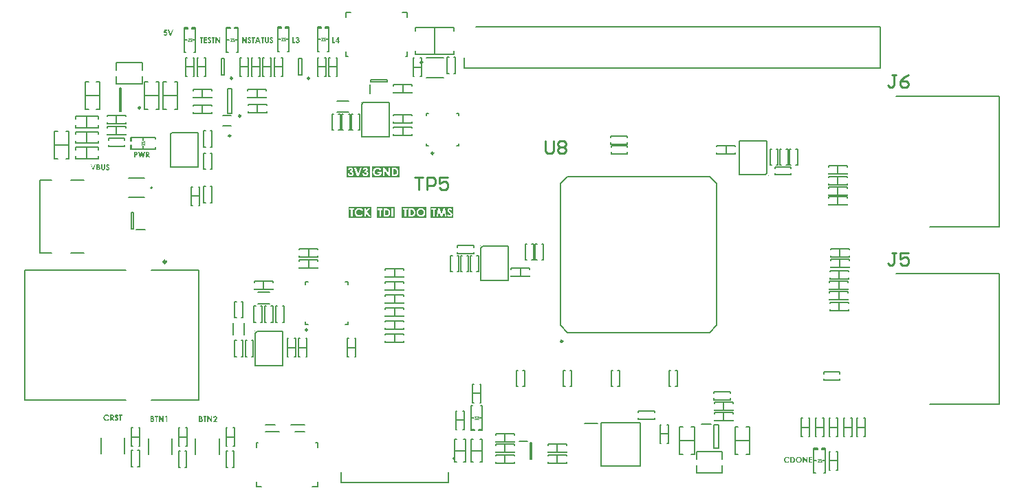
<source format=gto>
G04*
G04 #@! TF.GenerationSoftware,Altium Limited,Altium Designer,22.9.1 (49)*
G04*
G04 Layer_Color=65535*
%FSLAX25Y25*%
%MOIN*%
G70*
G04*
G04 #@! TF.SameCoordinates,09DA8A7C-0E06-47C8-8122-5E973528E8BD*
G04*
G04*
G04 #@! TF.FilePolarity,Positive*
G04*
G01*
G75*
%ADD10C,0.00394*%
%ADD11C,0.00984*%
%ADD12C,0.00787*%
%ADD13C,0.01181*%
%ADD14C,0.00591*%
%ADD15C,0.00500*%
%ADD16C,0.00602*%
%ADD17C,0.01000*%
G36*
X59463Y260415D02*
X58930D01*
X57902Y263327D01*
X58471D01*
X59203Y261257D01*
X59950Y263327D01*
X60514D01*
X59463Y260415D01*
D02*
G37*
G36*
X57561Y262813D02*
X56610D01*
X56492Y262276D01*
X56496D01*
X56501Y262281D01*
X56524Y262285D01*
X56555Y262290D01*
X56587Y262299D01*
X56596D01*
X56619Y262304D01*
X56651Y262308D01*
X56719D01*
X56747Y262304D01*
X56783Y262299D01*
X56819Y262295D01*
X56865Y262285D01*
X56910Y262276D01*
X57015Y262240D01*
X57070Y262222D01*
X57124Y262194D01*
X57179Y262162D01*
X57233Y262126D01*
X57288Y262085D01*
X57338Y262035D01*
X57343Y262031D01*
X57352Y262021D01*
X57361Y262008D01*
X57379Y261985D01*
X57397Y261962D01*
X57420Y261930D01*
X57447Y261890D01*
X57470Y261849D01*
X57493Y261803D01*
X57520Y261749D01*
X57543Y261694D01*
X57561Y261630D01*
X57579Y261566D01*
X57593Y261498D01*
X57597Y261425D01*
X57602Y261348D01*
Y261344D01*
Y261330D01*
Y261307D01*
X57597Y261275D01*
X57593Y261239D01*
X57588Y261198D01*
X57579Y261148D01*
X57565Y261098D01*
X57529Y260984D01*
X57506Y260925D01*
X57479Y260866D01*
X57447Y260802D01*
X57406Y260743D01*
X57361Y260684D01*
X57311Y260629D01*
X57306Y260625D01*
X57297Y260615D01*
X57283Y260602D01*
X57261Y260584D01*
X57229Y260561D01*
X57197Y260538D01*
X57156Y260511D01*
X57115Y260488D01*
X57065Y260461D01*
X57010Y260434D01*
X56892Y260388D01*
X56824Y260370D01*
X56756Y260356D01*
X56683Y260347D01*
X56605Y260343D01*
X56569D01*
X56542Y260347D01*
X56510D01*
X56473Y260352D01*
X56387Y260370D01*
X56287Y260393D01*
X56178Y260429D01*
X56069Y260484D01*
X56014Y260515D01*
X55964Y260552D01*
X55959Y260556D01*
X55955Y260561D01*
X55941Y260575D01*
X55923Y260593D01*
X55900Y260611D01*
X55878Y260638D01*
X55823Y260706D01*
X55764Y260788D01*
X55709Y260889D01*
X55655Y261007D01*
X55618Y261139D01*
X56200D01*
X56205Y261134D01*
X56214Y261116D01*
X56228Y261089D01*
X56246Y261061D01*
X56269Y261025D01*
X56301Y260993D01*
X56337Y260957D01*
X56373Y260929D01*
X56378Y260925D01*
X56392Y260920D01*
X56414Y260907D01*
X56446Y260898D01*
X56483Y260884D01*
X56524Y260870D01*
X56569Y260866D01*
X56619Y260861D01*
X56651D01*
X56683Y260870D01*
X56728Y260879D01*
X56774Y260893D01*
X56828Y260916D01*
X56879Y260948D01*
X56928Y260989D01*
X56933Y260993D01*
X56951Y261011D01*
X56969Y261043D01*
X56997Y261080D01*
X57020Y261130D01*
X57042Y261189D01*
X57056Y261257D01*
X57060Y261330D01*
Y261334D01*
Y261339D01*
Y261362D01*
X57056Y261398D01*
X57047Y261448D01*
X57029Y261498D01*
X57010Y261553D01*
X56979Y261607D01*
X56938Y261658D01*
X56933Y261662D01*
X56915Y261680D01*
X56892Y261698D01*
X56856Y261726D01*
X56815Y261749D01*
X56765Y261771D01*
X56710Y261785D01*
X56651Y261789D01*
X56619D01*
X56596Y261785D01*
X56537Y261771D01*
X56469Y261744D01*
X56464D01*
X56455Y261735D01*
X56437Y261726D01*
X56414Y261712D01*
X56360Y261667D01*
X56296Y261607D01*
X55846Y261707D01*
X56196Y263327D01*
X57561D01*
Y262813D01*
D02*
G37*
G36*
X156455Y172047D02*
X145276D01*
Y177328D01*
X156455D01*
Y172047D01*
D02*
G37*
G36*
X167717D02*
X159055D01*
Y177327D01*
X167717D01*
Y172047D01*
D02*
G37*
G36*
X28737Y198075D02*
X28789Y198067D01*
X28851Y198054D01*
X28921Y198036D01*
X28991Y198014D01*
X29060Y197979D01*
X29065D01*
X29069Y197975D01*
X29095Y197962D01*
X29135Y197936D01*
X29183Y197901D01*
X29248Y197853D01*
X29318Y197791D01*
X29392Y197713D01*
X29476Y197625D01*
X29078Y197276D01*
X29074Y197280D01*
X29069Y197289D01*
X29056Y197302D01*
X29043Y197319D01*
X29004Y197368D01*
X28947Y197420D01*
X28886Y197472D01*
X28816Y197520D01*
X28776Y197538D01*
X28737Y197551D01*
X28698Y197560D01*
X28658Y197564D01*
X28641D01*
X28623Y197560D01*
X28597Y197555D01*
X28540Y197542D01*
X28514Y197525D01*
X28488Y197507D01*
X28484Y197503D01*
X28479Y197499D01*
X28457Y197472D01*
X28431Y197429D01*
X28427Y197407D01*
X28422Y197381D01*
Y197376D01*
Y197368D01*
X28427Y197354D01*
Y197337D01*
X28440Y197293D01*
X28466Y197245D01*
X28470Y197241D01*
X28484Y197228D01*
X28505Y197206D01*
X28540Y197171D01*
X28588Y197123D01*
X28623Y197092D01*
X28658Y197057D01*
X28698Y197022D01*
X28746Y196983D01*
X28798Y196935D01*
X28855Y196887D01*
X28859Y196882D01*
X28868Y196878D01*
X28886Y196865D01*
X28903Y196847D01*
X28956Y196804D01*
X29017Y196751D01*
X29082Y196699D01*
X29139Y196646D01*
X29191Y196598D01*
X29213Y196581D01*
X29226Y196568D01*
X29235Y196559D01*
X29253Y196542D01*
X29283Y196511D01*
X29314Y196467D01*
X29353Y196419D01*
X29392Y196367D01*
X29423Y196314D01*
X29454Y196257D01*
X29458Y196249D01*
X29467Y196231D01*
X29476Y196201D01*
X29489Y196161D01*
X29502Y196113D01*
X29515Y196056D01*
X29519Y195995D01*
X29524Y195930D01*
Y195925D01*
Y195917D01*
Y195895D01*
X29519Y195873D01*
X29515Y195842D01*
X29511Y195812D01*
X29493Y195733D01*
X29467Y195641D01*
X29423Y195550D01*
X29397Y195501D01*
X29362Y195453D01*
X29327Y195410D01*
X29283Y195366D01*
X29279Y195362D01*
X29274Y195357D01*
X29257Y195344D01*
X29240Y195331D01*
X29218Y195314D01*
X29187Y195296D01*
X29157Y195274D01*
X29117Y195257D01*
X29074Y195235D01*
X29030Y195213D01*
X28921Y195178D01*
X28798Y195152D01*
X28733Y195148D01*
X28663Y195143D01*
X28632D01*
X28615Y195148D01*
X28588D01*
X28558Y195152D01*
X28488Y195161D01*
X28405Y195178D01*
X28317Y195204D01*
X28230Y195239D01*
X28143Y195287D01*
X28138D01*
X28134Y195296D01*
X28108Y195314D01*
X28064Y195353D01*
X28016Y195401D01*
X27955Y195467D01*
X27894Y195545D01*
X27828Y195641D01*
X27767Y195751D01*
X28213Y196021D01*
X28217Y196017D01*
X28221Y196004D01*
X28234Y195987D01*
X28248Y195965D01*
X28291Y195904D01*
X28348Y195838D01*
X28414Y195768D01*
X28492Y195707D01*
X28536Y195685D01*
X28580Y195668D01*
X28628Y195654D01*
X28676Y195650D01*
X28698D01*
X28724Y195654D01*
X28754Y195659D01*
X28789Y195668D01*
X28829Y195685D01*
X28868Y195703D01*
X28903Y195729D01*
X28907Y195733D01*
X28916Y195742D01*
X28934Y195759D01*
X28951Y195781D01*
X28969Y195807D01*
X28986Y195838D01*
X28995Y195873D01*
X28999Y195912D01*
Y195917D01*
Y195930D01*
X28995Y195947D01*
X28991Y195974D01*
X28982Y196000D01*
X28969Y196030D01*
X28951Y196065D01*
X28925Y196100D01*
X28921Y196105D01*
X28912Y196118D01*
X28890Y196140D01*
X28859Y196175D01*
X28820Y196214D01*
X28768Y196266D01*
X28702Y196323D01*
X28619Y196393D01*
X28615Y196397D01*
X28597Y196411D01*
X28575Y196428D01*
X28545Y196454D01*
X28510Y196485D01*
X28466Y196520D01*
X28374Y196603D01*
X28274Y196695D01*
X28178Y196791D01*
X28134Y196839D01*
X28090Y196882D01*
X28055Y196926D01*
X28029Y196966D01*
Y196970D01*
X28025Y196974D01*
X28007Y197000D01*
X27990Y197040D01*
X27964Y197092D01*
X27942Y197153D01*
X27920Y197223D01*
X27902Y197298D01*
X27898Y197372D01*
Y197376D01*
Y197385D01*
Y197398D01*
X27902Y197420D01*
X27907Y197446D01*
X27911Y197472D01*
X27924Y197542D01*
X27950Y197621D01*
X27990Y197704D01*
X28016Y197748D01*
X28047Y197787D01*
X28077Y197831D01*
X28117Y197870D01*
X28121Y197874D01*
X28125Y197879D01*
X28138Y197888D01*
X28156Y197905D01*
X28178Y197918D01*
X28204Y197936D01*
X28269Y197975D01*
X28348Y198014D01*
X28440Y198049D01*
X28545Y198071D01*
X28602Y198075D01*
X28663Y198080D01*
X28698D01*
X28737Y198075D01*
D02*
G37*
G36*
X21815Y195213D02*
X21304D01*
X20316Y198010D01*
X20862D01*
X21566Y196021D01*
X22283Y198010D01*
X22824D01*
X21815Y195213D01*
D02*
G37*
G36*
X27391Y196341D02*
Y196336D01*
Y196323D01*
Y196301D01*
Y196271D01*
Y196236D01*
X27387Y196196D01*
Y196109D01*
X27378Y196013D01*
X27369Y195917D01*
X27360Y195825D01*
X27352Y195790D01*
X27343Y195755D01*
X27339Y195746D01*
X27334Y195729D01*
X27321Y195694D01*
X27304Y195654D01*
X27277Y195606D01*
X27247Y195554D01*
X27207Y195497D01*
X27159Y195440D01*
X27155Y195432D01*
X27138Y195414D01*
X27107Y195388D01*
X27072Y195353D01*
X27024Y195318D01*
X26972Y195279D01*
X26915Y195244D01*
X26849Y195213D01*
X26840Y195209D01*
X26819Y195204D01*
X26784Y195191D01*
X26731Y195178D01*
X26674Y195165D01*
X26605Y195156D01*
X26526Y195148D01*
X26443Y195143D01*
X26412D01*
X26390Y195148D01*
X26364D01*
X26333Y195152D01*
X26264Y195161D01*
X26181Y195178D01*
X26093Y195200D01*
X26001Y195235D01*
X25914Y195279D01*
X25910D01*
X25905Y195287D01*
X25879Y195305D01*
X25840Y195335D01*
X25792Y195375D01*
X25739Y195427D01*
X25687Y195484D01*
X25634Y195554D01*
X25595Y195628D01*
Y195633D01*
X25591Y195637D01*
X25586Y195650D01*
X25582Y195668D01*
X25573Y195694D01*
X25564Y195724D01*
X25556Y195759D01*
X25547Y195799D01*
X25538Y195842D01*
X25529Y195895D01*
X25521Y195956D01*
X25512Y196017D01*
X25508Y196091D01*
X25503Y196166D01*
X25499Y196249D01*
Y196341D01*
Y198010D01*
X26028D01*
Y196201D01*
Y196196D01*
Y196192D01*
Y196179D01*
Y196161D01*
X26032Y196122D01*
Y196070D01*
X26036Y196017D01*
X26045Y195960D01*
X26054Y195912D01*
X26067Y195869D01*
Y195864D01*
X26076Y195851D01*
X26084Y195834D01*
X26098Y195812D01*
X26119Y195790D01*
X26141Y195764D01*
X26168Y195738D01*
X26202Y195716D01*
X26207Y195711D01*
X26220Y195707D01*
X26242Y195698D01*
X26268Y195689D01*
X26303Y195676D01*
X26342Y195668D01*
X26386Y195663D01*
X26434Y195659D01*
X26456D01*
X26482Y195663D01*
X26517Y195668D01*
X26556Y195672D01*
X26596Y195685D01*
X26635Y195698D01*
X26674Y195720D01*
X26679Y195724D01*
X26692Y195733D01*
X26709Y195746D01*
X26731Y195764D01*
X26757Y195790D01*
X26779Y195816D01*
X26801Y195851D01*
X26819Y195886D01*
Y195890D01*
X26827Y195908D01*
X26832Y195934D01*
X26840Y195974D01*
X26849Y196021D01*
X26854Y196087D01*
X26862Y196170D01*
Y196266D01*
Y198010D01*
X27391D01*
Y196341D01*
D02*
G37*
G36*
X23821Y198005D02*
X23904D01*
X23996Y197997D01*
X24092Y197988D01*
X24179Y197975D01*
X24218Y197966D01*
X24253Y197957D01*
X24258D01*
X24266Y197953D01*
X24280Y197949D01*
X24293Y197944D01*
X24341Y197927D01*
X24398Y197901D01*
X24459Y197870D01*
X24524Y197826D01*
X24590Y197774D01*
X24651Y197708D01*
X24660Y197700D01*
X24677Y197678D01*
X24699Y197638D01*
X24730Y197590D01*
X24756Y197525D01*
X24782Y197455D01*
X24800Y197372D01*
X24804Y197284D01*
Y197276D01*
Y197258D01*
X24800Y197228D01*
X24795Y197188D01*
X24787Y197145D01*
X24773Y197097D01*
X24756Y197044D01*
X24734Y196996D01*
X24730Y196992D01*
X24721Y196974D01*
X24703Y196948D01*
X24682Y196917D01*
X24651Y196878D01*
X24616Y196839D01*
X24568Y196795D01*
X24516Y196751D01*
X24520D01*
X24529Y196747D01*
X24542Y196738D01*
X24559Y196730D01*
X24603Y196703D01*
X24655Y196668D01*
X24717Y196625D01*
X24778Y196572D01*
X24839Y196515D01*
X24887Y196450D01*
X24891Y196441D01*
X24904Y196419D01*
X24926Y196380D01*
X24948Y196332D01*
X24970Y196266D01*
X24992Y196196D01*
X25005Y196113D01*
X25009Y196026D01*
Y196021D01*
Y196017D01*
Y196004D01*
Y195987D01*
X25005Y195943D01*
X24996Y195882D01*
X24979Y195816D01*
X24957Y195742D01*
X24926Y195668D01*
X24887Y195593D01*
X24883Y195584D01*
X24865Y195563D01*
X24839Y195528D01*
X24800Y195484D01*
X24756Y195440D01*
X24699Y195392D01*
X24638Y195344D01*
X24568Y195305D01*
X24559Y195300D01*
X24533Y195292D01*
X24489Y195274D01*
X24428Y195261D01*
X24354Y195244D01*
X24262Y195226D01*
X24157Y195218D01*
X24039Y195213D01*
X23253D01*
Y198010D01*
X23786D01*
X23821Y198005D01*
D02*
G37*
G36*
X357987Y56188D02*
X358022Y56184D01*
X358062Y56179D01*
X358110Y56175D01*
X358210Y56158D01*
X358320Y56131D01*
X358442Y56092D01*
X358560Y56044D01*
X358564D01*
X358573Y56035D01*
X358591Y56031D01*
X358612Y56018D01*
X358643Y56000D01*
X358674Y55983D01*
X358752Y55939D01*
X358840Y55878D01*
X358931Y55808D01*
X359028Y55725D01*
X359119Y55629D01*
X358744Y55275D01*
X358739Y55279D01*
X358726Y55292D01*
X358704Y55314D01*
X358678Y55336D01*
X358643Y55367D01*
X358599Y55402D01*
X358551Y55436D01*
X358494Y55476D01*
X358433Y55515D01*
X358368Y55550D01*
X358298Y55585D01*
X358223Y55616D01*
X358145Y55642D01*
X358062Y55659D01*
X357974Y55673D01*
X357887Y55677D01*
X357848D01*
X357821Y55673D01*
X357786Y55668D01*
X357747Y55664D01*
X357699Y55655D01*
X357651Y55642D01*
X357546Y55611D01*
X357489Y55589D01*
X357433Y55559D01*
X357376Y55528D01*
X357319Y55493D01*
X357262Y55450D01*
X357210Y55402D01*
X357205Y55397D01*
X357196Y55388D01*
X357183Y55375D01*
X357166Y55353D01*
X357148Y55327D01*
X357122Y55292D01*
X357100Y55257D01*
X357074Y55214D01*
X357048Y55166D01*
X357026Y55117D01*
X356982Y55000D01*
X356965Y54938D01*
X356952Y54873D01*
X356943Y54803D01*
X356939Y54729D01*
Y54724D01*
Y54716D01*
Y54702D01*
Y54681D01*
X356943Y54659D01*
Y54628D01*
X356952Y54562D01*
X356969Y54484D01*
X356987Y54401D01*
X357017Y54313D01*
X357057Y54230D01*
Y54226D01*
X357061Y54222D01*
X357079Y54195D01*
X357109Y54156D01*
X357144Y54108D01*
X357196Y54056D01*
X357253Y53999D01*
X357323Y53942D01*
X357402Y53894D01*
X357406D01*
X357411Y53890D01*
X357424Y53881D01*
X357441Y53876D01*
X357485Y53855D01*
X357546Y53833D01*
X357620Y53811D01*
X357703Y53789D01*
X357795Y53776D01*
X357896Y53772D01*
X357935D01*
X357979Y53776D01*
X358035Y53780D01*
X358101Y53793D01*
X358175Y53807D01*
X358250Y53828D01*
X358320Y53855D01*
X358324D01*
X358328Y53859D01*
X358354Y53872D01*
X358394Y53894D01*
X358446Y53929D01*
X358507Y53968D01*
X358582Y54025D01*
X358660Y54091D01*
X358744Y54169D01*
X359106Y53793D01*
X359102Y53789D01*
X359093Y53780D01*
X359076Y53763D01*
X359054Y53745D01*
X359028Y53719D01*
X358993Y53689D01*
X358918Y53627D01*
X358826Y53557D01*
X358726Y53487D01*
X358621Y53422D01*
X358569Y53396D01*
X358516Y53369D01*
X358512D01*
X358503Y53365D01*
X358490Y53361D01*
X358468Y53352D01*
X358442Y53343D01*
X358411Y53335D01*
X358376Y53321D01*
X358333Y53313D01*
X358241Y53291D01*
X358136Y53273D01*
X358014Y53260D01*
X357887Y53256D01*
X357856D01*
X357826Y53260D01*
X357778Y53265D01*
X357725Y53269D01*
X357660Y53278D01*
X357585Y53291D01*
X357511Y53308D01*
X357428Y53330D01*
X357341Y53356D01*
X357253Y53391D01*
X357161Y53431D01*
X357074Y53474D01*
X356987Y53531D01*
X356899Y53592D01*
X356821Y53667D01*
X356816Y53671D01*
X356803Y53684D01*
X356781Y53710D01*
X356755Y53741D01*
X356725Y53785D01*
X356690Y53833D01*
X356650Y53890D01*
X356615Y53955D01*
X356576Y54029D01*
X356537Y54108D01*
X356502Y54195D01*
X356471Y54292D01*
X356445Y54392D01*
X356423Y54497D01*
X356410Y54611D01*
X356405Y54729D01*
Y54733D01*
Y54746D01*
Y54768D01*
X356410Y54799D01*
Y54834D01*
X356414Y54877D01*
X356423Y54925D01*
X356427Y54978D01*
X356454Y55091D01*
X356484Y55214D01*
X356532Y55345D01*
X356558Y55406D01*
X356593Y55467D01*
X356598Y55471D01*
X356602Y55480D01*
X356615Y55498D01*
X356628Y55520D01*
X356646Y55550D01*
X356672Y55581D01*
X356733Y55655D01*
X356808Y55738D01*
X356899Y55826D01*
X357009Y55913D01*
X357135Y55992D01*
X357140Y55996D01*
X357153Y56000D01*
X357170Y56009D01*
X357196Y56022D01*
X357231Y56040D01*
X357271Y56057D01*
X357314Y56075D01*
X357363Y56092D01*
X357419Y56109D01*
X357476Y56127D01*
X357607Y56162D01*
X357747Y56184D01*
X357821Y56193D01*
X357957D01*
X357987Y56188D01*
D02*
G37*
G36*
X367820Y53326D02*
X367309D01*
X366111Y55157D01*
Y53326D01*
X365582D01*
Y56123D01*
X366085D01*
X367291Y54278D01*
Y56123D01*
X367820D01*
Y53326D01*
D02*
G37*
G36*
X369988Y55607D02*
X368991D01*
Y55100D01*
X369988D01*
Y54584D01*
X368991D01*
Y53850D01*
X369988D01*
Y53326D01*
X368462D01*
Y56123D01*
X369988D01*
Y55607D01*
D02*
G37*
G36*
X360317Y56118D02*
X360365D01*
X360426Y56114D01*
X360487Y56109D01*
X360557Y56105D01*
X360706Y56083D01*
X360854Y56057D01*
X360929Y56040D01*
X360998Y56022D01*
X361064Y55996D01*
X361121Y55970D01*
X361125D01*
X361134Y55961D01*
X361151Y55952D01*
X361169Y55939D01*
X361195Y55926D01*
X361226Y55904D01*
X361296Y55852D01*
X361370Y55782D01*
X361453Y55699D01*
X361536Y55594D01*
X361575Y55537D01*
X361610Y55476D01*
X361615Y55471D01*
X361619Y55463D01*
X361628Y55441D01*
X361641Y55415D01*
X361654Y55384D01*
X361671Y55345D01*
X361689Y55301D01*
X361706Y55253D01*
X361724Y55196D01*
X361741Y55135D01*
X361759Y55070D01*
X361772Y55000D01*
X361794Y54851D01*
X361803Y54768D01*
Y54685D01*
Y54681D01*
Y54672D01*
Y54654D01*
Y54633D01*
X361798Y54602D01*
Y54567D01*
X361789Y54488D01*
X361776Y54396D01*
X361754Y54296D01*
X361728Y54195D01*
X361693Y54091D01*
Y54086D01*
X361689Y54078D01*
X361680Y54064D01*
X361671Y54047D01*
X361649Y53994D01*
X361615Y53933D01*
X361571Y53863D01*
X361523Y53785D01*
X361462Y53710D01*
X361396Y53641D01*
X361387Y53632D01*
X361366Y53610D01*
X361326Y53579D01*
X361274Y53544D01*
X361212Y53501D01*
X361143Y53461D01*
X361068Y53422D01*
X360985Y53391D01*
X360981D01*
X360977Y53387D01*
X360963D01*
X360942Y53383D01*
X360920Y53378D01*
X360889Y53369D01*
X360850Y53365D01*
X360810Y53361D01*
X360758Y53352D01*
X360706Y53348D01*
X360640Y53343D01*
X360575Y53335D01*
X360496Y53330D01*
X360413D01*
X360321Y53326D01*
X359587D01*
Y56123D01*
X360273D01*
X360317Y56118D01*
D02*
G37*
G36*
X363682Y56188D02*
X363725Y56184D01*
X363773Y56179D01*
X363835Y56171D01*
X363900Y56158D01*
X363974Y56140D01*
X364053Y56114D01*
X364132Y56088D01*
X364219Y56053D01*
X364302Y56009D01*
X364389Y55961D01*
X364477Y55904D01*
X364560Y55834D01*
X364643Y55760D01*
X364647Y55756D01*
X364660Y55742D01*
X364682Y55716D01*
X364708Y55686D01*
X364743Y55642D01*
X364778Y55594D01*
X364818Y55533D01*
X364857Y55467D01*
X364896Y55397D01*
X364936Y55319D01*
X364971Y55231D01*
X365006Y55139D01*
X365032Y55039D01*
X365054Y54938D01*
X365067Y54829D01*
X365071Y54716D01*
Y54707D01*
Y54689D01*
X365067Y54654D01*
Y54611D01*
X365058Y54558D01*
X365049Y54497D01*
X365036Y54431D01*
X365019Y54353D01*
X364997Y54274D01*
X364966Y54191D01*
X364936Y54104D01*
X364892Y54016D01*
X364844Y53929D01*
X364787Y53842D01*
X364722Y53759D01*
X364647Y53675D01*
X364643Y53671D01*
X364630Y53658D01*
X364604Y53636D01*
X364573Y53610D01*
X364534Y53579D01*
X364481Y53544D01*
X364429Y53505D01*
X364363Y53466D01*
X364293Y53426D01*
X364215Y53387D01*
X364132Y53352D01*
X364040Y53321D01*
X363944Y53295D01*
X363843Y53273D01*
X363738Y53260D01*
X363629Y53256D01*
X363603D01*
X363568Y53260D01*
X363524Y53265D01*
X363472Y53269D01*
X363406Y53278D01*
X363341Y53291D01*
X363262Y53308D01*
X363183Y53335D01*
X363096Y53361D01*
X363013Y53396D01*
X362921Y53439D01*
X362834Y53487D01*
X362751Y53544D01*
X362663Y53614D01*
X362585Y53689D01*
X362580Y53693D01*
X362567Y53710D01*
X362545Y53732D01*
X362519Y53767D01*
X362489Y53807D01*
X362454Y53859D01*
X362414Y53916D01*
X362379Y53981D01*
X362340Y54056D01*
X362301Y54134D01*
X362266Y54217D01*
X362235Y54309D01*
X362209Y54405D01*
X362187Y54510D01*
X362174Y54615D01*
X362170Y54724D01*
Y54729D01*
Y54742D01*
Y54764D01*
X362174Y54794D01*
Y54829D01*
X362178Y54868D01*
X362187Y54917D01*
X362196Y54969D01*
X362218Y55078D01*
X362253Y55205D01*
X362301Y55332D01*
X362327Y55397D01*
X362362Y55458D01*
X362366Y55463D01*
X362371Y55471D01*
X362384Y55489D01*
X362397Y55515D01*
X362419Y55541D01*
X362440Y55576D01*
X362502Y55651D01*
X362576Y55738D01*
X362668Y55826D01*
X362773Y55913D01*
X362891Y55992D01*
X362895Y55996D01*
X362908Y56000D01*
X362926Y56009D01*
X362952Y56022D01*
X362982Y56040D01*
X363017Y56057D01*
X363061Y56075D01*
X363109Y56092D01*
X363161Y56109D01*
X363218Y56127D01*
X363345Y56162D01*
X363480Y56184D01*
X363550Y56193D01*
X363651D01*
X363682Y56188D01*
D02*
G37*
G36*
X170076Y191732D02*
X156693D01*
Y197013D01*
X170076D01*
Y191732D01*
D02*
G37*
G36*
X79256Y73018D02*
X78724D01*
X77477Y74925D01*
Y73018D01*
X76927D01*
Y75930D01*
X77450D01*
X78706Y74010D01*
Y75930D01*
X79256D01*
Y73018D01*
D02*
G37*
G36*
X80844Y75999D02*
X80908Y75989D01*
X80981Y75976D01*
X81058Y75953D01*
X81140Y75926D01*
X81217Y75889D01*
X81222D01*
X81226Y75885D01*
X81249Y75867D01*
X81290Y75844D01*
X81336Y75807D01*
X81386Y75762D01*
X81440Y75707D01*
X81495Y75639D01*
X81545Y75566D01*
X81550Y75557D01*
X81563Y75530D01*
X81586Y75489D01*
X81609Y75434D01*
X81627Y75371D01*
X81650Y75298D01*
X81663Y75221D01*
X81668Y75139D01*
Y75134D01*
Y75125D01*
Y75111D01*
Y75093D01*
X81663Y75070D01*
X81659Y75043D01*
X81650Y74970D01*
X81631Y74888D01*
X81604Y74793D01*
X81568Y74688D01*
X81518Y74579D01*
Y74574D01*
X81509Y74565D01*
X81499Y74547D01*
X81490Y74524D01*
X81472Y74497D01*
X81450Y74465D01*
X81422Y74424D01*
X81395Y74379D01*
X81358Y74329D01*
X81318Y74279D01*
X81277Y74220D01*
X81226Y74156D01*
X81172Y74092D01*
X81113Y74024D01*
X81049Y73951D01*
X80976Y73874D01*
X80644Y73532D01*
X81691D01*
Y73018D01*
X79670D01*
Y73282D01*
X80567Y74201D01*
X80571Y74206D01*
X80580Y74215D01*
X80599Y74233D01*
X80621Y74256D01*
X80644Y74283D01*
X80676Y74315D01*
X80744Y74392D01*
X80817Y74474D01*
X80890Y74561D01*
X80954Y74647D01*
X80981Y74688D01*
X81004Y74729D01*
Y74734D01*
X81008Y74738D01*
X81022Y74765D01*
X81040Y74802D01*
X81058Y74852D01*
X81076Y74907D01*
X81095Y74970D01*
X81108Y75034D01*
X81113Y75093D01*
Y75102D01*
Y75120D01*
X81108Y75152D01*
X81099Y75193D01*
X81085Y75234D01*
X81063Y75280D01*
X81035Y75330D01*
X80999Y75371D01*
X80994Y75375D01*
X80981Y75389D01*
X80954Y75407D01*
X80922Y75430D01*
X80881Y75448D01*
X80831Y75466D01*
X80776Y75480D01*
X80712Y75484D01*
X80681D01*
X80649Y75475D01*
X80608Y75466D01*
X80558Y75453D01*
X80508Y75425D01*
X80458Y75393D01*
X80412Y75348D01*
X80408Y75343D01*
X80394Y75325D01*
X80376Y75293D01*
X80353Y75252D01*
X80330Y75202D01*
X80312Y75143D01*
X80294Y75070D01*
X80289Y74993D01*
X79748D01*
Y74998D01*
Y75016D01*
X79752Y75038D01*
X79757Y75070D01*
X79761Y75111D01*
X79766Y75157D01*
X79780Y75207D01*
X79793Y75261D01*
X79825Y75380D01*
X79852Y75439D01*
X79880Y75503D01*
X79912Y75562D01*
X79948Y75621D01*
X79989Y75675D01*
X80039Y75730D01*
X80044Y75735D01*
X80053Y75744D01*
X80066Y75757D01*
X80089Y75771D01*
X80116Y75794D01*
X80148Y75817D01*
X80189Y75839D01*
X80230Y75867D01*
X80280Y75894D01*
X80335Y75917D01*
X80394Y75939D01*
X80458Y75962D01*
X80521Y75976D01*
X80594Y75989D01*
X80671Y75999D01*
X80749Y76003D01*
X80794D01*
X80844Y75999D01*
D02*
G37*
G36*
X76549Y75384D02*
X76017D01*
Y73018D01*
X75453D01*
Y75384D01*
X74934D01*
Y75930D01*
X76549D01*
Y75384D01*
D02*
G37*
G36*
X73455Y75926D02*
X73542D01*
X73637Y75917D01*
X73737Y75908D01*
X73828Y75894D01*
X73869Y75885D01*
X73906Y75876D01*
X73910D01*
X73919Y75871D01*
X73933Y75867D01*
X73946Y75862D01*
X73997Y75844D01*
X74056Y75817D01*
X74119Y75785D01*
X74188Y75739D01*
X74256Y75685D01*
X74320Y75616D01*
X74329Y75607D01*
X74347Y75585D01*
X74370Y75544D01*
X74401Y75494D01*
X74429Y75425D01*
X74456Y75352D01*
X74474Y75266D01*
X74479Y75175D01*
Y75166D01*
Y75148D01*
X74474Y75116D01*
X74470Y75075D01*
X74461Y75029D01*
X74447Y74979D01*
X74429Y74925D01*
X74406Y74875D01*
X74401Y74870D01*
X74392Y74852D01*
X74374Y74825D01*
X74352Y74793D01*
X74320Y74752D01*
X74283Y74711D01*
X74233Y74665D01*
X74179Y74620D01*
X74183D01*
X74192Y74615D01*
X74206Y74606D01*
X74224Y74597D01*
X74270Y74570D01*
X74324Y74533D01*
X74388Y74488D01*
X74452Y74433D01*
X74515Y74374D01*
X74565Y74306D01*
X74570Y74297D01*
X74584Y74274D01*
X74606Y74233D01*
X74629Y74183D01*
X74652Y74115D01*
X74674Y74042D01*
X74688Y73956D01*
X74693Y73865D01*
Y73860D01*
Y73856D01*
Y73842D01*
Y73824D01*
X74688Y73778D01*
X74679Y73714D01*
X74661Y73646D01*
X74638Y73569D01*
X74606Y73492D01*
X74565Y73414D01*
X74561Y73405D01*
X74543Y73382D01*
X74515Y73346D01*
X74474Y73300D01*
X74429Y73255D01*
X74370Y73205D01*
X74306Y73155D01*
X74233Y73114D01*
X74224Y73109D01*
X74197Y73100D01*
X74151Y73082D01*
X74088Y73068D01*
X74010Y73050D01*
X73915Y73032D01*
X73805Y73023D01*
X73683Y73018D01*
X72864D01*
Y75930D01*
X73419D01*
X73455Y75926D01*
D02*
G37*
G36*
X32974Y76665D02*
X33029Y76656D01*
X33093Y76643D01*
X33166Y76624D01*
X33238Y76601D01*
X33311Y76565D01*
X33316D01*
X33320Y76561D01*
X33348Y76547D01*
X33389Y76520D01*
X33439Y76483D01*
X33507Y76433D01*
X33580Y76370D01*
X33657Y76288D01*
X33744Y76197D01*
X33329Y75833D01*
X33325Y75837D01*
X33320Y75846D01*
X33307Y75860D01*
X33293Y75878D01*
X33252Y75928D01*
X33193Y75983D01*
X33129Y76037D01*
X33056Y76087D01*
X33015Y76106D01*
X32974Y76119D01*
X32934Y76128D01*
X32893Y76133D01*
X32874D01*
X32856Y76128D01*
X32829Y76124D01*
X32770Y76110D01*
X32743Y76092D01*
X32715Y76074D01*
X32711Y76069D01*
X32706Y76065D01*
X32683Y76037D01*
X32656Y75992D01*
X32651Y75969D01*
X32647Y75942D01*
Y75937D01*
Y75928D01*
X32651Y75915D01*
Y75896D01*
X32665Y75851D01*
X32692Y75801D01*
X32697Y75796D01*
X32711Y75783D01*
X32733Y75760D01*
X32770Y75723D01*
X32820Y75673D01*
X32856Y75642D01*
X32893Y75605D01*
X32934Y75569D01*
X32984Y75528D01*
X33038Y75478D01*
X33097Y75428D01*
X33102Y75423D01*
X33111Y75419D01*
X33129Y75405D01*
X33147Y75387D01*
X33202Y75341D01*
X33266Y75287D01*
X33334Y75232D01*
X33393Y75177D01*
X33448Y75127D01*
X33470Y75109D01*
X33484Y75095D01*
X33493Y75086D01*
X33511Y75068D01*
X33543Y75036D01*
X33575Y74991D01*
X33616Y74941D01*
X33657Y74886D01*
X33689Y74832D01*
X33721Y74772D01*
X33725Y74763D01*
X33734Y74745D01*
X33744Y74713D01*
X33757Y74672D01*
X33771Y74622D01*
X33784Y74563D01*
X33789Y74499D01*
X33794Y74431D01*
Y74427D01*
Y74418D01*
Y74395D01*
X33789Y74372D01*
X33784Y74340D01*
X33780Y74308D01*
X33762Y74226D01*
X33734Y74131D01*
X33689Y74035D01*
X33662Y73985D01*
X33625Y73935D01*
X33589Y73890D01*
X33543Y73844D01*
X33539Y73840D01*
X33534Y73835D01*
X33516Y73822D01*
X33498Y73808D01*
X33475Y73790D01*
X33443Y73771D01*
X33411Y73749D01*
X33370Y73730D01*
X33325Y73708D01*
X33279Y73685D01*
X33166Y73649D01*
X33038Y73621D01*
X32970Y73617D01*
X32897Y73612D01*
X32865D01*
X32847Y73617D01*
X32820D01*
X32788Y73621D01*
X32715Y73630D01*
X32629Y73649D01*
X32538Y73676D01*
X32447Y73712D01*
X32356Y73762D01*
X32351D01*
X32347Y73771D01*
X32319Y73790D01*
X32274Y73831D01*
X32224Y73881D01*
X32160Y73949D01*
X32096Y74031D01*
X32028Y74131D01*
X31964Y74245D01*
X32429Y74527D01*
X32433Y74522D01*
X32438Y74509D01*
X32451Y74490D01*
X32465Y74468D01*
X32510Y74404D01*
X32570Y74336D01*
X32638Y74263D01*
X32720Y74199D01*
X32765Y74176D01*
X32811Y74158D01*
X32861Y74145D01*
X32911Y74140D01*
X32934D01*
X32961Y74145D01*
X32993Y74149D01*
X33029Y74158D01*
X33070Y74176D01*
X33111Y74195D01*
X33147Y74222D01*
X33152Y74226D01*
X33161Y74235D01*
X33179Y74254D01*
X33198Y74277D01*
X33216Y74304D01*
X33234Y74336D01*
X33243Y74372D01*
X33248Y74413D01*
Y74418D01*
Y74431D01*
X33243Y74449D01*
X33238Y74477D01*
X33229Y74504D01*
X33216Y74536D01*
X33198Y74572D01*
X33170Y74609D01*
X33166Y74613D01*
X33156Y74627D01*
X33134Y74650D01*
X33102Y74686D01*
X33061Y74727D01*
X33006Y74782D01*
X32938Y74841D01*
X32852Y74914D01*
X32847Y74918D01*
X32829Y74932D01*
X32806Y74950D01*
X32774Y74977D01*
X32738Y75009D01*
X32692Y75045D01*
X32597Y75132D01*
X32492Y75227D01*
X32392Y75327D01*
X32347Y75378D01*
X32301Y75423D01*
X32265Y75469D01*
X32237Y75510D01*
Y75514D01*
X32233Y75519D01*
X32215Y75546D01*
X32197Y75587D01*
X32169Y75642D01*
X32146Y75705D01*
X32124Y75778D01*
X32105Y75855D01*
X32101Y75933D01*
Y75937D01*
Y75946D01*
Y75960D01*
X32105Y75983D01*
X32110Y76010D01*
X32115Y76037D01*
X32128Y76110D01*
X32155Y76192D01*
X32197Y76279D01*
X32224Y76324D01*
X32256Y76365D01*
X32287Y76410D01*
X32328Y76451D01*
X32333Y76456D01*
X32337Y76460D01*
X32351Y76470D01*
X32369Y76488D01*
X32392Y76501D01*
X32419Y76520D01*
X32488Y76561D01*
X32570Y76601D01*
X32665Y76638D01*
X32774Y76661D01*
X32833Y76665D01*
X32897Y76670D01*
X32934D01*
X32974Y76665D01*
D02*
G37*
G36*
X28202D02*
X28238Y76661D01*
X28279Y76656D01*
X28329Y76652D01*
X28434Y76633D01*
X28547Y76606D01*
X28675Y76565D01*
X28798Y76515D01*
X28802D01*
X28811Y76506D01*
X28830Y76501D01*
X28852Y76488D01*
X28884Y76470D01*
X28916Y76451D01*
X28998Y76406D01*
X29089Y76342D01*
X29184Y76269D01*
X29285Y76183D01*
X29380Y76083D01*
X28989Y75714D01*
X28984Y75719D01*
X28971Y75732D01*
X28948Y75755D01*
X28921Y75778D01*
X28884Y75810D01*
X28839Y75846D01*
X28789Y75883D01*
X28729Y75924D01*
X28666Y75964D01*
X28597Y76001D01*
X28525Y76037D01*
X28447Y76069D01*
X28365Y76096D01*
X28279Y76115D01*
X28188Y76128D01*
X28097Y76133D01*
X28056D01*
X28029Y76128D01*
X27992Y76124D01*
X27951Y76119D01*
X27901Y76110D01*
X27851Y76096D01*
X27742Y76065D01*
X27683Y76042D01*
X27624Y76010D01*
X27565Y75978D01*
X27505Y75942D01*
X27446Y75896D01*
X27392Y75846D01*
X27387Y75842D01*
X27378Y75833D01*
X27364Y75819D01*
X27346Y75796D01*
X27328Y75769D01*
X27301Y75732D01*
X27278Y75696D01*
X27251Y75651D01*
X27223Y75600D01*
X27201Y75551D01*
X27155Y75428D01*
X27137Y75364D01*
X27123Y75296D01*
X27114Y75223D01*
X27110Y75146D01*
Y75141D01*
Y75132D01*
Y75118D01*
Y75095D01*
X27114Y75073D01*
Y75041D01*
X27123Y74973D01*
X27141Y74891D01*
X27160Y74804D01*
X27191Y74713D01*
X27232Y74627D01*
Y74622D01*
X27237Y74618D01*
X27255Y74590D01*
X27287Y74550D01*
X27323Y74499D01*
X27378Y74445D01*
X27437Y74386D01*
X27510Y74326D01*
X27592Y74277D01*
X27596D01*
X27601Y74272D01*
X27615Y74263D01*
X27633Y74258D01*
X27678Y74235D01*
X27742Y74213D01*
X27819Y74190D01*
X27906Y74167D01*
X28001Y74154D01*
X28106Y74149D01*
X28147D01*
X28192Y74154D01*
X28252Y74158D01*
X28320Y74172D01*
X28397Y74186D01*
X28475Y74208D01*
X28547Y74235D01*
X28552D01*
X28556Y74240D01*
X28584Y74254D01*
X28625Y74277D01*
X28679Y74313D01*
X28743Y74354D01*
X28820Y74413D01*
X28902Y74481D01*
X28989Y74563D01*
X29366Y74172D01*
X29362Y74167D01*
X29353Y74158D01*
X29335Y74140D01*
X29312Y74122D01*
X29285Y74094D01*
X29248Y74063D01*
X29171Y73999D01*
X29075Y73926D01*
X28971Y73853D01*
X28861Y73785D01*
X28807Y73758D01*
X28752Y73730D01*
X28748D01*
X28738Y73726D01*
X28725Y73721D01*
X28702Y73712D01*
X28675Y73703D01*
X28643Y73694D01*
X28607Y73680D01*
X28561Y73671D01*
X28466Y73649D01*
X28356Y73630D01*
X28229Y73617D01*
X28097Y73612D01*
X28065D01*
X28033Y73617D01*
X27983Y73621D01*
X27929Y73626D01*
X27860Y73635D01*
X27783Y73649D01*
X27706Y73667D01*
X27619Y73690D01*
X27528Y73717D01*
X27437Y73753D01*
X27342Y73794D01*
X27251Y73840D01*
X27160Y73899D01*
X27069Y73962D01*
X26987Y74040D01*
X26982Y74044D01*
X26969Y74058D01*
X26946Y74085D01*
X26919Y74117D01*
X26887Y74163D01*
X26850Y74213D01*
X26809Y74272D01*
X26773Y74340D01*
X26732Y74418D01*
X26691Y74499D01*
X26655Y74590D01*
X26623Y74691D01*
X26595Y74795D01*
X26573Y74904D01*
X26559Y75023D01*
X26555Y75146D01*
Y75150D01*
Y75164D01*
Y75187D01*
X26559Y75218D01*
Y75255D01*
X26564Y75300D01*
X26573Y75350D01*
X26577Y75405D01*
X26605Y75523D01*
X26636Y75651D01*
X26686Y75787D01*
X26714Y75851D01*
X26750Y75915D01*
X26755Y75919D01*
X26759Y75928D01*
X26773Y75946D01*
X26787Y75969D01*
X26805Y76001D01*
X26832Y76033D01*
X26896Y76110D01*
X26973Y76197D01*
X27069Y76288D01*
X27182Y76379D01*
X27314Y76460D01*
X27319Y76465D01*
X27332Y76470D01*
X27351Y76479D01*
X27378Y76492D01*
X27414Y76511D01*
X27455Y76529D01*
X27501Y76547D01*
X27551Y76565D01*
X27610Y76583D01*
X27669Y76601D01*
X27806Y76638D01*
X27951Y76661D01*
X28029Y76670D01*
X28170D01*
X28202Y76665D01*
D02*
G37*
G36*
X35650Y76051D02*
X35118D01*
Y73685D01*
X34553D01*
Y76051D01*
X34035D01*
Y76597D01*
X35650D01*
Y76051D01*
D02*
G37*
G36*
X30604Y76592D02*
X30650D01*
X30700Y76588D01*
X30754D01*
X30863Y76574D01*
X30977Y76561D01*
X31086Y76538D01*
X31132Y76524D01*
X31173Y76511D01*
X31177D01*
X31182Y76506D01*
X31205Y76492D01*
X31245Y76474D01*
X31291Y76442D01*
X31341Y76401D01*
X31396Y76351D01*
X31450Y76292D01*
X31500Y76224D01*
X31505Y76215D01*
X31519Y76187D01*
X31541Y76147D01*
X31564Y76092D01*
X31587Y76019D01*
X31609Y75942D01*
X31623Y75851D01*
X31628Y75751D01*
Y75746D01*
Y75737D01*
Y75723D01*
Y75705D01*
X31619Y75651D01*
X31609Y75582D01*
X31591Y75505D01*
X31569Y75428D01*
X31532Y75346D01*
X31487Y75268D01*
X31482Y75259D01*
X31459Y75236D01*
X31427Y75205D01*
X31382Y75159D01*
X31327Y75114D01*
X31255Y75064D01*
X31168Y75018D01*
X31073Y74977D01*
X31764Y73685D01*
X31159D01*
X30499Y74918D01*
X30449D01*
Y73685D01*
X29899D01*
Y76597D01*
X30563D01*
X30604Y76592D01*
D02*
G37*
G36*
X77997Y259732D02*
X78050Y259723D01*
X78111Y259710D01*
X78181Y259692D01*
X78251Y259670D01*
X78321Y259635D01*
X78325D01*
X78330Y259631D01*
X78356Y259618D01*
X78395Y259592D01*
X78443Y259557D01*
X78509Y259509D01*
X78579Y259447D01*
X78653Y259369D01*
X78736Y259281D01*
X78338Y258932D01*
X78334Y258936D01*
X78330Y258945D01*
X78316Y258958D01*
X78303Y258976D01*
X78264Y259023D01*
X78207Y259076D01*
X78146Y259128D01*
X78076Y259176D01*
X78037Y259194D01*
X77997Y259207D01*
X77958Y259216D01*
X77919Y259220D01*
X77901D01*
X77884Y259216D01*
X77858Y259211D01*
X77801Y259198D01*
X77775Y259181D01*
X77748Y259163D01*
X77744Y259159D01*
X77740Y259155D01*
X77718Y259128D01*
X77692Y259085D01*
X77687Y259063D01*
X77683Y259037D01*
Y259032D01*
Y259023D01*
X77687Y259010D01*
Y258993D01*
X77700Y258949D01*
X77727Y258901D01*
X77731Y258897D01*
X77744Y258884D01*
X77766Y258862D01*
X77801Y258827D01*
X77849Y258779D01*
X77884Y258748D01*
X77919Y258713D01*
X77958Y258678D01*
X78006Y258639D01*
X78059Y258591D01*
X78115Y258543D01*
X78120Y258539D01*
X78128Y258534D01*
X78146Y258521D01*
X78163Y258504D01*
X78216Y258460D01*
X78277Y258407D01*
X78343Y258355D01*
X78399Y258302D01*
X78452Y258254D01*
X78474Y258237D01*
X78487Y258224D01*
X78496Y258215D01*
X78513Y258198D01*
X78544Y258167D01*
X78574Y258123D01*
X78614Y258075D01*
X78653Y258023D01*
X78684Y257970D01*
X78714Y257914D01*
X78719Y257905D01*
X78727Y257887D01*
X78736Y257857D01*
X78749Y257817D01*
X78762Y257769D01*
X78775Y257713D01*
X78780Y257651D01*
X78784Y257586D01*
Y257581D01*
Y257573D01*
Y257551D01*
X78780Y257529D01*
X78775Y257498D01*
X78771Y257468D01*
X78753Y257389D01*
X78727Y257297D01*
X78684Y257206D01*
X78657Y257157D01*
X78622Y257109D01*
X78587Y257066D01*
X78544Y257022D01*
X78539Y257018D01*
X78535Y257013D01*
X78518Y257000D01*
X78500Y256987D01*
X78478Y256970D01*
X78448Y256952D01*
X78417Y256930D01*
X78378Y256913D01*
X78334Y256891D01*
X78290Y256869D01*
X78181Y256834D01*
X78059Y256808D01*
X77993Y256804D01*
X77923Y256799D01*
X77893D01*
X77875Y256804D01*
X77849D01*
X77818Y256808D01*
X77748Y256817D01*
X77665Y256834D01*
X77578Y256860D01*
X77491Y256895D01*
X77403Y256943D01*
X77399D01*
X77394Y256952D01*
X77368Y256970D01*
X77324Y257009D01*
X77276Y257057D01*
X77215Y257123D01*
X77154Y257201D01*
X77088Y257297D01*
X77027Y257407D01*
X77473Y257678D01*
X77477Y257673D01*
X77482Y257660D01*
X77495Y257643D01*
X77508Y257621D01*
X77552Y257560D01*
X77609Y257494D01*
X77674Y257424D01*
X77753Y257363D01*
X77796Y257341D01*
X77840Y257324D01*
X77888Y257311D01*
X77936Y257306D01*
X77958D01*
X77984Y257311D01*
X78015Y257315D01*
X78050Y257324D01*
X78089Y257341D01*
X78128Y257359D01*
X78163Y257385D01*
X78168Y257389D01*
X78177Y257398D01*
X78194Y257415D01*
X78212Y257437D01*
X78229Y257464D01*
X78246Y257494D01*
X78255Y257529D01*
X78260Y257568D01*
Y257573D01*
Y257586D01*
X78255Y257603D01*
X78251Y257629D01*
X78242Y257656D01*
X78229Y257686D01*
X78212Y257721D01*
X78185Y257756D01*
X78181Y257761D01*
X78172Y257774D01*
X78150Y257796D01*
X78120Y257831D01*
X78080Y257870D01*
X78028Y257922D01*
X77962Y257979D01*
X77879Y258049D01*
X77875Y258053D01*
X77858Y258067D01*
X77836Y258084D01*
X77805Y258110D01*
X77770Y258141D01*
X77727Y258176D01*
X77635Y258259D01*
X77534Y258351D01*
X77438Y258447D01*
X77394Y258495D01*
X77351Y258539D01*
X77316Y258582D01*
X77289Y258622D01*
Y258626D01*
X77285Y258630D01*
X77268Y258657D01*
X77250Y258696D01*
X77224Y258748D01*
X77202Y258809D01*
X77180Y258879D01*
X77163Y258954D01*
X77158Y259028D01*
Y259032D01*
Y259041D01*
Y259054D01*
X77163Y259076D01*
X77167Y259102D01*
X77171Y259128D01*
X77185Y259198D01*
X77211Y259277D01*
X77250Y259360D01*
X77276Y259404D01*
X77307Y259443D01*
X77338Y259487D01*
X77377Y259526D01*
X77381Y259530D01*
X77386Y259535D01*
X77399Y259544D01*
X77416Y259561D01*
X77438Y259574D01*
X77464Y259592D01*
X77530Y259631D01*
X77609Y259670D01*
X77700Y259705D01*
X77805Y259727D01*
X77862Y259732D01*
X77923Y259736D01*
X77958D01*
X77997Y259732D01*
D02*
G37*
G36*
X83167Y256869D02*
X82656D01*
X81458Y258700D01*
Y256869D01*
X80930D01*
Y259666D01*
X81432D01*
X82638Y257822D01*
Y259666D01*
X83167D01*
Y256869D01*
D02*
G37*
G36*
X80567Y259141D02*
X80056D01*
Y256869D01*
X79514D01*
Y259141D01*
X79016D01*
Y259666D01*
X80567D01*
Y259141D01*
D02*
G37*
G36*
X76774Y259150D02*
X75778D01*
Y258643D01*
X76774D01*
Y258128D01*
X75778D01*
Y257394D01*
X76774D01*
Y256869D01*
X75249D01*
Y259666D01*
X76774D01*
Y259150D01*
D02*
G37*
G36*
X74886Y259141D02*
X74375D01*
Y256869D01*
X73833D01*
Y259141D01*
X73335D01*
Y259666D01*
X74886D01*
Y259141D01*
D02*
G37*
G36*
X55756Y73140D02*
X55224D01*
X53977Y75047D01*
Y73140D01*
X53426D01*
Y76052D01*
X53950D01*
X55205Y74132D01*
Y76052D01*
X55756D01*
Y73140D01*
D02*
G37*
G36*
X57585D02*
X57034D01*
Y75534D01*
X56434D01*
X56752Y76052D01*
X57585D01*
Y73140D01*
D02*
G37*
G36*
X53049Y75506D02*
X52516D01*
Y73140D01*
X51952D01*
Y75506D01*
X51433D01*
Y76052D01*
X53049D01*
Y75506D01*
D02*
G37*
G36*
X49955Y76048D02*
X50041D01*
X50137Y76039D01*
X50237Y76029D01*
X50328Y76016D01*
X50369Y76007D01*
X50405Y75998D01*
X50410D01*
X50419Y75993D01*
X50432Y75989D01*
X50446Y75984D01*
X50496Y75966D01*
X50555Y75938D01*
X50619Y75907D01*
X50687Y75861D01*
X50756Y75807D01*
X50819Y75738D01*
X50828Y75729D01*
X50846Y75706D01*
X50869Y75665D01*
X50901Y75615D01*
X50928Y75547D01*
X50956Y75474D01*
X50974Y75388D01*
X50978Y75297D01*
Y75288D01*
Y75270D01*
X50974Y75238D01*
X50969Y75197D01*
X50960Y75151D01*
X50947Y75101D01*
X50928Y75047D01*
X50906Y74997D01*
X50901Y74992D01*
X50892Y74974D01*
X50874Y74947D01*
X50851Y74915D01*
X50819Y74874D01*
X50783Y74833D01*
X50733Y74787D01*
X50678Y74742D01*
X50683D01*
X50692Y74737D01*
X50705Y74728D01*
X50724Y74719D01*
X50769Y74692D01*
X50824Y74655D01*
X50888Y74610D01*
X50951Y74555D01*
X51015Y74496D01*
X51065Y74428D01*
X51069Y74419D01*
X51083Y74396D01*
X51106Y74355D01*
X51129Y74305D01*
X51151Y74237D01*
X51174Y74164D01*
X51188Y74077D01*
X51192Y73987D01*
Y73982D01*
Y73977D01*
Y73964D01*
Y73946D01*
X51188Y73900D01*
X51179Y73836D01*
X51160Y73768D01*
X51138Y73691D01*
X51106Y73614D01*
X51065Y73536D01*
X51060Y73527D01*
X51042Y73504D01*
X51015Y73468D01*
X50974Y73422D01*
X50928Y73377D01*
X50869Y73327D01*
X50805Y73277D01*
X50733Y73236D01*
X50724Y73231D01*
X50696Y73222D01*
X50651Y73204D01*
X50587Y73190D01*
X50510Y73172D01*
X50414Y73154D01*
X50305Y73145D01*
X50182Y73140D01*
X49363D01*
Y76052D01*
X49918D01*
X49955Y76048D01*
D02*
G37*
G36*
X120764Y259732D02*
X120795D01*
X120830Y259723D01*
X120908Y259710D01*
X120996Y259683D01*
X121092Y259644D01*
X121140Y259618D01*
X121188Y259592D01*
X121236Y259557D01*
X121280Y259517D01*
X121284Y259513D01*
X121289Y259509D01*
X121302Y259495D01*
X121315Y259478D01*
X121354Y259434D01*
X121398Y259369D01*
X121442Y259295D01*
X121481Y259207D01*
X121507Y259107D01*
X121511Y259054D01*
X121516Y258997D01*
Y258989D01*
Y258967D01*
X121511Y258932D01*
X121503Y258884D01*
X121490Y258831D01*
X121472Y258774D01*
X121446Y258713D01*
X121411Y258657D01*
X121407Y258648D01*
X121394Y258630D01*
X121367Y258604D01*
X121337Y258569D01*
X121297Y258530D01*
X121245Y258486D01*
X121188Y258447D01*
X121118Y258407D01*
X121123D01*
X121131Y258403D01*
X121144Y258399D01*
X121162Y258394D01*
X121206Y258372D01*
X121262Y258346D01*
X121328Y258311D01*
X121394Y258263D01*
X121459Y258206D01*
X121516Y258141D01*
X121520Y258132D01*
X121538Y258106D01*
X121560Y258067D01*
X121590Y258014D01*
X121616Y257948D01*
X121638Y257874D01*
X121656Y257787D01*
X121660Y257695D01*
Y257691D01*
Y257678D01*
Y257660D01*
X121656Y257634D01*
X121651Y257599D01*
X121647Y257564D01*
X121638Y257520D01*
X121625Y257477D01*
X121590Y257376D01*
X121568Y257319D01*
X121542Y257267D01*
X121511Y257214D01*
X121472Y257162D01*
X121429Y257109D01*
X121380Y257057D01*
X121376Y257053D01*
X121367Y257044D01*
X121354Y257035D01*
X121332Y257018D01*
X121302Y256996D01*
X121271Y256974D01*
X121232Y256952D01*
X121188Y256930D01*
X121140Y256904D01*
X121088Y256882D01*
X121026Y256860D01*
X120965Y256838D01*
X120900Y256821D01*
X120825Y256812D01*
X120751Y256804D01*
X120673Y256799D01*
X120633D01*
X120607Y256804D01*
X120572Y256808D01*
X120528Y256812D01*
X120485Y256821D01*
X120437Y256830D01*
X120332Y256860D01*
X120222Y256904D01*
X120166Y256930D01*
X120113Y256965D01*
X120056Y257000D01*
X120008Y257044D01*
X120004Y257048D01*
X120000Y257057D01*
X119986Y257070D01*
X119969Y257088D01*
X119947Y257114D01*
X119925Y257144D01*
X119903Y257179D01*
X119877Y257219D01*
X119855Y257267D01*
X119829Y257315D01*
X119807Y257372D01*
X119785Y257433D01*
X119768Y257494D01*
X119750Y257564D01*
X119742Y257638D01*
X119733Y257717D01*
X120262D01*
Y257713D01*
Y257708D01*
X120270Y257682D01*
X120279Y257643D01*
X120292Y257594D01*
X120310Y257542D01*
X120336Y257490D01*
X120371Y257437D01*
X120410Y257394D01*
X120415Y257389D01*
X120432Y257376D01*
X120458Y257359D01*
X120493Y257341D01*
X120533Y257324D01*
X120585Y257306D01*
X120642Y257293D01*
X120703Y257289D01*
X120734D01*
X120769Y257293D01*
X120812Y257302D01*
X120860Y257319D01*
X120913Y257337D01*
X120965Y257367D01*
X121013Y257407D01*
X121018Y257411D01*
X121031Y257429D01*
X121053Y257455D01*
X121074Y257490D01*
X121096Y257529D01*
X121118Y257581D01*
X121131Y257638D01*
X121136Y257699D01*
Y257704D01*
Y257708D01*
X121131Y257730D01*
X121127Y257769D01*
X121114Y257813D01*
X121096Y257861D01*
X121066Y257918D01*
X121026Y257970D01*
X120970Y258023D01*
X120961Y258027D01*
X120939Y258045D01*
X120900Y258067D01*
X120847Y258088D01*
X120782Y258115D01*
X120699Y258136D01*
X120607Y258150D01*
X120498Y258158D01*
Y258613D01*
X120506D01*
X120528Y258617D01*
X120563Y258622D01*
X120603Y258626D01*
X120651Y258635D01*
X120699Y258643D01*
X120742Y258657D01*
X120782Y258670D01*
X120786D01*
X120799Y258678D01*
X120817Y258687D01*
X120838Y258700D01*
X120887Y258739D01*
X120930Y258792D01*
X120935Y258796D01*
X120939Y258805D01*
X120948Y258822D01*
X120957Y258844D01*
X120974Y258897D01*
X120983Y258927D01*
Y258958D01*
Y258962D01*
Y258976D01*
X120978Y258997D01*
X120974Y259023D01*
X120961Y259054D01*
X120948Y259085D01*
X120926Y259115D01*
X120900Y259146D01*
X120895Y259150D01*
X120887Y259159D01*
X120869Y259172D01*
X120843Y259185D01*
X120812Y259198D01*
X120777Y259211D01*
X120738Y259220D01*
X120690Y259225D01*
X120673D01*
X120651Y259220D01*
X120620Y259216D01*
X120589Y259207D01*
X120554Y259194D01*
X120515Y259176D01*
X120480Y259155D01*
X120476Y259150D01*
X120467Y259141D01*
X120450Y259128D01*
X120432Y259107D01*
X120410Y259080D01*
X120388Y259050D01*
X120371Y259015D01*
X120358Y258976D01*
X119847D01*
Y258980D01*
Y258989D01*
X119851Y259006D01*
X119855Y259028D01*
X119860Y259054D01*
X119868Y259080D01*
X119890Y259150D01*
X119916Y259229D01*
X119956Y259312D01*
X120004Y259395D01*
X120065Y259469D01*
X120069Y259474D01*
X120078Y259482D01*
X120091Y259495D01*
X120109Y259513D01*
X120135Y259530D01*
X120166Y259552D01*
X120201Y259578D01*
X120240Y259605D01*
X120283Y259627D01*
X120332Y259653D01*
X120445Y259697D01*
X120502Y259710D01*
X120568Y259723D01*
X120638Y259732D01*
X120707Y259736D01*
X120742D01*
X120764Y259732D01*
D02*
G37*
G36*
X118745Y257376D02*
X119527D01*
Y256869D01*
X118217D01*
Y259666D01*
X118745D01*
Y257376D01*
D02*
G37*
G36*
X140729Y257866D02*
X140978D01*
Y257372D01*
X140729D01*
Y256799D01*
X140208D01*
Y257372D01*
X138985D01*
Y257861D01*
X140200Y259666D01*
X140729D01*
Y257866D01*
D02*
G37*
G36*
X138037Y257306D02*
X138819D01*
Y256799D01*
X137508D01*
Y259596D01*
X138037D01*
Y257306D01*
D02*
G37*
G36*
X155667Y191732D02*
X144488D01*
Y197013D01*
X155667D01*
Y191732D01*
D02*
G37*
G36*
X183044Y172047D02*
X171260D01*
Y177328D01*
X183044D01*
Y172047D01*
D02*
G37*
G36*
X108075Y259732D02*
X108128Y259723D01*
X108189Y259710D01*
X108259Y259692D01*
X108329Y259670D01*
X108398Y259635D01*
X108403D01*
X108407Y259631D01*
X108433Y259618D01*
X108473Y259592D01*
X108521Y259557D01*
X108586Y259509D01*
X108656Y259447D01*
X108731Y259369D01*
X108814Y259281D01*
X108416Y258932D01*
X108412Y258936D01*
X108407Y258945D01*
X108394Y258958D01*
X108381Y258976D01*
X108342Y259023D01*
X108285Y259076D01*
X108224Y259128D01*
X108154Y259176D01*
X108115Y259194D01*
X108075Y259207D01*
X108036Y259216D01*
X107996Y259220D01*
X107979D01*
X107961Y259216D01*
X107935Y259211D01*
X107878Y259198D01*
X107852Y259181D01*
X107826Y259163D01*
X107822Y259159D01*
X107817Y259155D01*
X107796Y259128D01*
X107769Y259085D01*
X107765Y259063D01*
X107761Y259037D01*
Y259032D01*
Y259023D01*
X107765Y259010D01*
Y258993D01*
X107778Y258949D01*
X107804Y258901D01*
X107809Y258897D01*
X107822Y258884D01*
X107843Y258862D01*
X107878Y258827D01*
X107927Y258779D01*
X107961Y258748D01*
X107996Y258713D01*
X108036Y258678D01*
X108084Y258639D01*
X108136Y258591D01*
X108193Y258543D01*
X108197Y258539D01*
X108206Y258534D01*
X108224Y258521D01*
X108241Y258504D01*
X108294Y258460D01*
X108355Y258407D01*
X108420Y258355D01*
X108477Y258302D01*
X108530Y258254D01*
X108552Y258237D01*
X108565Y258224D01*
X108573Y258215D01*
X108591Y258198D01*
X108621Y258167D01*
X108652Y258123D01*
X108691Y258075D01*
X108731Y258023D01*
X108761Y257970D01*
X108792Y257914D01*
X108796Y257905D01*
X108805Y257887D01*
X108814Y257857D01*
X108827Y257817D01*
X108840Y257769D01*
X108853Y257713D01*
X108857Y257651D01*
X108862Y257586D01*
Y257581D01*
Y257573D01*
Y257551D01*
X108857Y257529D01*
X108853Y257498D01*
X108849Y257468D01*
X108831Y257389D01*
X108805Y257297D01*
X108761Y257206D01*
X108735Y257157D01*
X108700Y257109D01*
X108665Y257066D01*
X108621Y257022D01*
X108617Y257018D01*
X108613Y257013D01*
X108595Y257000D01*
X108578Y256987D01*
X108556Y256970D01*
X108525Y256952D01*
X108495Y256930D01*
X108455Y256913D01*
X108412Y256891D01*
X108368Y256869D01*
X108259Y256834D01*
X108136Y256808D01*
X108071Y256804D01*
X108001Y256799D01*
X107970D01*
X107953Y256804D01*
X107927D01*
X107896Y256808D01*
X107826Y256817D01*
X107743Y256834D01*
X107656Y256860D01*
X107568Y256895D01*
X107481Y256943D01*
X107476D01*
X107472Y256952D01*
X107446Y256970D01*
X107402Y257009D01*
X107354Y257057D01*
X107293Y257123D01*
X107232Y257201D01*
X107166Y257297D01*
X107105Y257407D01*
X107551Y257678D01*
X107555Y257673D01*
X107560Y257660D01*
X107573Y257643D01*
X107586Y257621D01*
X107629Y257560D01*
X107686Y257494D01*
X107752Y257424D01*
X107830Y257363D01*
X107874Y257341D01*
X107918Y257324D01*
X107966Y257311D01*
X108014Y257306D01*
X108036D01*
X108062Y257311D01*
X108093Y257315D01*
X108128Y257324D01*
X108167Y257341D01*
X108206Y257359D01*
X108241Y257385D01*
X108246Y257389D01*
X108254Y257398D01*
X108272Y257415D01*
X108289Y257437D01*
X108307Y257464D01*
X108324Y257494D01*
X108333Y257529D01*
X108337Y257568D01*
Y257573D01*
Y257586D01*
X108333Y257603D01*
X108329Y257629D01*
X108320Y257656D01*
X108307Y257686D01*
X108289Y257721D01*
X108263Y257756D01*
X108259Y257761D01*
X108250Y257774D01*
X108228Y257796D01*
X108197Y257831D01*
X108158Y257870D01*
X108106Y257922D01*
X108040Y257979D01*
X107957Y258049D01*
X107953Y258053D01*
X107935Y258067D01*
X107913Y258084D01*
X107883Y258110D01*
X107848Y258141D01*
X107804Y258176D01*
X107712Y258259D01*
X107612Y258351D01*
X107516Y258447D01*
X107472Y258495D01*
X107428Y258539D01*
X107393Y258582D01*
X107367Y258622D01*
Y258626D01*
X107363Y258630D01*
X107345Y258657D01*
X107328Y258696D01*
X107302Y258748D01*
X107280Y258809D01*
X107258Y258879D01*
X107240Y258954D01*
X107236Y259028D01*
Y259032D01*
Y259041D01*
Y259054D01*
X107240Y259076D01*
X107245Y259102D01*
X107249Y259128D01*
X107262Y259198D01*
X107289Y259277D01*
X107328Y259360D01*
X107354Y259404D01*
X107385Y259443D01*
X107415Y259487D01*
X107455Y259526D01*
X107459Y259530D01*
X107463Y259535D01*
X107476Y259544D01*
X107494Y259561D01*
X107516Y259574D01*
X107542Y259592D01*
X107607Y259631D01*
X107686Y259670D01*
X107778Y259705D01*
X107883Y259727D01*
X107940Y259732D01*
X108001Y259736D01*
X108036D01*
X108075Y259732D01*
D02*
G37*
G36*
X97412D02*
X97465Y259723D01*
X97526Y259710D01*
X97596Y259692D01*
X97666Y259670D01*
X97736Y259635D01*
X97740D01*
X97745Y259631D01*
X97771Y259618D01*
X97810Y259592D01*
X97858Y259557D01*
X97924Y259509D01*
X97994Y259447D01*
X98068Y259369D01*
X98151Y259281D01*
X97753Y258932D01*
X97749Y258936D01*
X97745Y258945D01*
X97731Y258958D01*
X97718Y258976D01*
X97679Y259023D01*
X97622Y259076D01*
X97561Y259128D01*
X97491Y259176D01*
X97452Y259194D01*
X97412Y259207D01*
X97373Y259216D01*
X97334Y259220D01*
X97316D01*
X97299Y259216D01*
X97272Y259211D01*
X97216Y259198D01*
X97189Y259181D01*
X97163Y259163D01*
X97159Y259159D01*
X97154Y259155D01*
X97133Y259128D01*
X97106Y259085D01*
X97102Y259063D01*
X97098Y259037D01*
Y259032D01*
Y259023D01*
X97102Y259010D01*
Y258993D01*
X97115Y258949D01*
X97141Y258901D01*
X97146Y258897D01*
X97159Y258884D01*
X97181Y258862D01*
X97216Y258827D01*
X97264Y258779D01*
X97299Y258748D01*
X97334Y258713D01*
X97373Y258678D01*
X97421Y258639D01*
X97474Y258591D01*
X97530Y258543D01*
X97535Y258539D01*
X97543Y258534D01*
X97561Y258521D01*
X97578Y258504D01*
X97631Y258460D01*
X97692Y258407D01*
X97758Y258355D01*
X97814Y258302D01*
X97867Y258254D01*
X97889Y258237D01*
X97902Y258224D01*
X97910Y258215D01*
X97928Y258198D01*
X97959Y258167D01*
X97989Y258123D01*
X98028Y258075D01*
X98068Y258023D01*
X98098Y257970D01*
X98129Y257914D01*
X98133Y257905D01*
X98142Y257887D01*
X98151Y257857D01*
X98164Y257817D01*
X98177Y257769D01*
X98190Y257713D01*
X98195Y257651D01*
X98199Y257586D01*
Y257581D01*
Y257573D01*
Y257551D01*
X98195Y257529D01*
X98190Y257498D01*
X98186Y257468D01*
X98168Y257389D01*
X98142Y257297D01*
X98098Y257206D01*
X98072Y257157D01*
X98037Y257109D01*
X98002Y257066D01*
X97959Y257022D01*
X97954Y257018D01*
X97950Y257013D01*
X97932Y257000D01*
X97915Y256987D01*
X97893Y256970D01*
X97862Y256952D01*
X97832Y256930D01*
X97793Y256913D01*
X97749Y256891D01*
X97705Y256869D01*
X97596Y256834D01*
X97474Y256808D01*
X97408Y256804D01*
X97338Y256799D01*
X97307D01*
X97290Y256804D01*
X97264D01*
X97233Y256808D01*
X97163Y256817D01*
X97080Y256834D01*
X96993Y256860D01*
X96905Y256895D01*
X96818Y256943D01*
X96814D01*
X96809Y256952D01*
X96783Y256970D01*
X96739Y257009D01*
X96691Y257057D01*
X96630Y257123D01*
X96569Y257201D01*
X96503Y257297D01*
X96442Y257407D01*
X96888Y257678D01*
X96892Y257673D01*
X96897Y257660D01*
X96910Y257643D01*
X96923Y257621D01*
X96967Y257560D01*
X97023Y257494D01*
X97089Y257424D01*
X97168Y257363D01*
X97211Y257341D01*
X97255Y257324D01*
X97303Y257311D01*
X97351Y257306D01*
X97373D01*
X97399Y257311D01*
X97430Y257315D01*
X97465Y257324D01*
X97504Y257341D01*
X97543Y257359D01*
X97578Y257385D01*
X97583Y257389D01*
X97592Y257398D01*
X97609Y257415D01*
X97627Y257437D01*
X97644Y257464D01*
X97661Y257494D01*
X97670Y257529D01*
X97675Y257568D01*
Y257573D01*
Y257586D01*
X97670Y257603D01*
X97666Y257629D01*
X97657Y257656D01*
X97644Y257686D01*
X97627Y257721D01*
X97600Y257756D01*
X97596Y257761D01*
X97587Y257774D01*
X97565Y257796D01*
X97535Y257831D01*
X97495Y257870D01*
X97443Y257922D01*
X97377Y257979D01*
X97294Y258049D01*
X97290Y258053D01*
X97272Y258067D01*
X97251Y258084D01*
X97220Y258110D01*
X97185Y258141D01*
X97141Y258176D01*
X97050Y258259D01*
X96949Y258351D01*
X96853Y258447D01*
X96809Y258495D01*
X96766Y258539D01*
X96731Y258582D01*
X96704Y258622D01*
Y258626D01*
X96700Y258630D01*
X96683Y258657D01*
X96665Y258696D01*
X96639Y258748D01*
X96617Y258809D01*
X96595Y258879D01*
X96578Y258954D01*
X96573Y259028D01*
Y259032D01*
Y259041D01*
Y259054D01*
X96578Y259076D01*
X96582Y259102D01*
X96586Y259128D01*
X96600Y259198D01*
X96626Y259277D01*
X96665Y259360D01*
X96691Y259404D01*
X96722Y259443D01*
X96753Y259487D01*
X96792Y259526D01*
X96796Y259530D01*
X96801Y259535D01*
X96814Y259544D01*
X96831Y259561D01*
X96853Y259574D01*
X96879Y259592D01*
X96945Y259631D01*
X97023Y259670D01*
X97115Y259705D01*
X97220Y259727D01*
X97277Y259732D01*
X97338Y259736D01*
X97373D01*
X97412Y259732D01*
D02*
G37*
G36*
X96044Y256869D02*
X95533D01*
X94336Y258700D01*
Y256869D01*
X93807D01*
Y259666D01*
X94310D01*
X95516Y257822D01*
Y259666D01*
X96044D01*
Y256869D01*
D02*
G37*
G36*
X106729Y257997D02*
Y257992D01*
Y257979D01*
Y257957D01*
Y257927D01*
Y257892D01*
X106725Y257852D01*
Y257765D01*
X106716Y257669D01*
X106707Y257573D01*
X106699Y257481D01*
X106690Y257446D01*
X106681Y257411D01*
X106677Y257402D01*
X106672Y257385D01*
X106659Y257350D01*
X106642Y257311D01*
X106616Y257262D01*
X106585Y257210D01*
X106546Y257153D01*
X106498Y257096D01*
X106493Y257088D01*
X106476Y257070D01*
X106445Y257044D01*
X106410Y257009D01*
X106362Y256974D01*
X106310Y256935D01*
X106253Y256900D01*
X106187Y256869D01*
X106179Y256865D01*
X106157Y256860D01*
X106122Y256847D01*
X106069Y256834D01*
X106012Y256821D01*
X105943Y256812D01*
X105864Y256804D01*
X105781Y256799D01*
X105750D01*
X105728Y256804D01*
X105702D01*
X105672Y256808D01*
X105602Y256817D01*
X105519Y256834D01*
X105431Y256856D01*
X105340Y256891D01*
X105252Y256935D01*
X105248D01*
X105243Y256943D01*
X105217Y256961D01*
X105178Y256992D01*
X105130Y257031D01*
X105077Y257083D01*
X105025Y257140D01*
X104972Y257210D01*
X104933Y257284D01*
Y257289D01*
X104929Y257293D01*
X104924Y257306D01*
X104920Y257324D01*
X104911Y257350D01*
X104903Y257380D01*
X104894Y257415D01*
X104885Y257455D01*
X104876Y257498D01*
X104868Y257551D01*
X104859Y257612D01*
X104850Y257673D01*
X104846Y257748D01*
X104841Y257822D01*
X104837Y257905D01*
Y257997D01*
Y259666D01*
X105366D01*
Y257857D01*
Y257852D01*
Y257848D01*
Y257835D01*
Y257817D01*
X105370Y257778D01*
Y257726D01*
X105375Y257673D01*
X105383Y257616D01*
X105392Y257568D01*
X105405Y257525D01*
Y257520D01*
X105414Y257507D01*
X105423Y257490D01*
X105436Y257468D01*
X105457Y257446D01*
X105479Y257420D01*
X105506Y257394D01*
X105541Y257372D01*
X105545Y257367D01*
X105558Y257363D01*
X105580Y257354D01*
X105606Y257346D01*
X105641Y257332D01*
X105680Y257324D01*
X105724Y257319D01*
X105772Y257315D01*
X105794D01*
X105820Y257319D01*
X105855Y257324D01*
X105894Y257328D01*
X105934Y257341D01*
X105973Y257354D01*
X106012Y257376D01*
X106017Y257380D01*
X106030Y257389D01*
X106047Y257402D01*
X106069Y257420D01*
X106096Y257446D01*
X106117Y257472D01*
X106139Y257507D01*
X106157Y257542D01*
Y257546D01*
X106166Y257564D01*
X106170Y257590D01*
X106179Y257629D01*
X106187Y257678D01*
X106192Y257743D01*
X106200Y257826D01*
Y257922D01*
Y259666D01*
X106729D01*
Y257997D01*
D02*
G37*
G36*
X104496Y259141D02*
X103985D01*
Y256869D01*
X103443D01*
Y259141D01*
X102945D01*
Y259666D01*
X104496D01*
Y259141D01*
D02*
G37*
G36*
X102805Y256869D02*
X102250D01*
X102031Y257446D01*
X100891D01*
X100668Y256869D01*
X100113D01*
X101192Y259666D01*
X101730D01*
X102805Y256869D01*
D02*
G37*
G36*
X99982Y259141D02*
X99471D01*
Y256869D01*
X98929D01*
Y259141D01*
X98431D01*
Y259666D01*
X99982D01*
Y259141D01*
D02*
G37*
G36*
X196142Y172047D02*
X185039D01*
Y177328D01*
X196142D01*
Y172047D01*
D02*
G37*
G36*
X46086Y201287D02*
X45570D01*
X45059Y203092D01*
X44552Y201287D01*
X44049D01*
X43416Y204084D01*
X43936D01*
X44342Y202297D01*
X44840Y204084D01*
X45286D01*
X45793Y202297D01*
X46199Y204084D01*
X46720D01*
X46086Y201287D01*
D02*
G37*
G36*
X47847Y204080D02*
X47891D01*
X47939Y204076D01*
X47991D01*
X48096Y204062D01*
X48205Y204049D01*
X48310Y204027D01*
X48354Y204014D01*
X48393Y204001D01*
X48398D01*
X48402Y203997D01*
X48424Y203984D01*
X48463Y203966D01*
X48507Y203936D01*
X48555Y203896D01*
X48607Y203848D01*
X48660Y203791D01*
X48708Y203726D01*
X48712Y203717D01*
X48725Y203691D01*
X48747Y203652D01*
X48769Y203599D01*
X48791Y203529D01*
X48813Y203455D01*
X48826Y203367D01*
X48830Y203271D01*
Y203267D01*
Y203258D01*
Y203245D01*
Y203228D01*
X48821Y203175D01*
X48813Y203110D01*
X48795Y203035D01*
X48773Y202961D01*
X48738Y202882D01*
X48695Y202808D01*
X48690Y202799D01*
X48669Y202778D01*
X48638Y202747D01*
X48594Y202703D01*
X48542Y202660D01*
X48472Y202611D01*
X48389Y202568D01*
X48297Y202529D01*
X48961Y201287D01*
X48380D01*
X47746Y202472D01*
X47698D01*
Y201287D01*
X47170D01*
Y204084D01*
X47808D01*
X47847Y204080D01*
D02*
G37*
G36*
X42122D02*
X42166D01*
X42214Y204076D01*
X42262D01*
X42371Y204062D01*
X42481Y204049D01*
X42581Y204027D01*
X42629Y204014D01*
X42669Y203997D01*
X42673D01*
X42677Y203992D01*
X42703Y203979D01*
X42738Y203962D01*
X42786Y203931D01*
X42839Y203892D01*
X42891Y203844D01*
X42944Y203787D01*
X42992Y203721D01*
X42996Y203713D01*
X43009Y203686D01*
X43031Y203647D01*
X43053Y203595D01*
X43071Y203529D01*
X43092Y203450D01*
X43106Y203367D01*
X43110Y203271D01*
Y203267D01*
Y203258D01*
Y203245D01*
X43106Y203223D01*
Y203197D01*
X43101Y203167D01*
X43092Y203101D01*
X43071Y203022D01*
X43044Y202944D01*
X43005Y202861D01*
X42952Y202782D01*
X42944Y202773D01*
X42926Y202751D01*
X42891Y202716D01*
X42843Y202677D01*
X42782Y202633D01*
X42712Y202590D01*
X42629Y202550D01*
X42537Y202515D01*
X42529D01*
X42507Y202507D01*
X42489D01*
X42467Y202502D01*
X42441Y202498D01*
X42406Y202494D01*
X42371Y202489D01*
X42332Y202485D01*
X42284Y202480D01*
X42232D01*
X42175Y202476D01*
X42114Y202472D01*
X41974D01*
Y201287D01*
X41445D01*
Y204084D01*
X42083D01*
X42122Y204080D01*
D02*
G37*
%LPC*%
G36*
X150617Y176828D02*
X150419D01*
X150311Y176815D01*
X150107Y176783D01*
X149916Y176732D01*
X149833Y176707D01*
X149750Y176681D01*
X149680Y176656D01*
X149617Y176630D01*
X149559Y176605D01*
X149508Y176579D01*
X149470Y176560D01*
X149445Y176548D01*
X149426Y176541D01*
X149419Y176535D01*
X149234Y176420D01*
X149075Y176293D01*
X148942Y176165D01*
X148833Y176044D01*
X148744Y175936D01*
X148706Y175891D01*
X148680Y175847D01*
X148661Y175815D01*
X148642Y175790D01*
X148636Y175777D01*
X148629Y175770D01*
X148578Y175681D01*
X148540Y175592D01*
X148470Y175401D01*
X148425Y175223D01*
X148387Y175057D01*
X148381Y174981D01*
X148368Y174910D01*
X148362Y174847D01*
Y174796D01*
X148355Y174751D01*
Y174694D01*
X148362Y174522D01*
X148381Y174356D01*
X148413Y174203D01*
X148451Y174057D01*
X148496Y173917D01*
X148547Y173789D01*
X148604Y173675D01*
X148661Y173566D01*
X148712Y173471D01*
X148769Y173388D01*
X148820Y173318D01*
X148865Y173254D01*
X148903Y173210D01*
X148935Y173171D01*
X148954Y173152D01*
X148961Y173146D01*
X149075Y173038D01*
X149203Y172949D01*
X149330Y172866D01*
X149457Y172802D01*
X149591Y172745D01*
X149719Y172694D01*
X149846Y172655D01*
X149967Y172624D01*
X150075Y172598D01*
X150184Y172579D01*
X150279Y172566D01*
X150356Y172560D01*
X150426Y172554D01*
X150470Y172547D01*
X150515D01*
X150700Y172554D01*
X150878Y172573D01*
X151031Y172598D01*
X151165Y172630D01*
X151228Y172643D01*
X151279Y172662D01*
X151324Y172675D01*
X151362Y172687D01*
X151394Y172700D01*
X151413Y172706D01*
X151426Y172713D01*
X151432D01*
X151509Y172751D01*
X151585Y172789D01*
X151738Y172885D01*
X151884Y172987D01*
X152018Y173089D01*
X152127Y173178D01*
X152177Y173222D01*
X152216Y173261D01*
X152248Y173286D01*
X152273Y173312D01*
X152286Y173324D01*
X152292Y173331D01*
X151763Y173879D01*
X151642Y173764D01*
X151528Y173668D01*
X151419Y173586D01*
X151330Y173528D01*
X151254Y173477D01*
X151197Y173445D01*
X151158Y173426D01*
X151152Y173420D01*
X151146D01*
X151044Y173382D01*
X150935Y173350D01*
X150827Y173331D01*
X150731Y173312D01*
X150649Y173305D01*
X150585Y173299D01*
X150528D01*
X150381Y173305D01*
X150247Y173324D01*
X150126Y173356D01*
X150018Y173388D01*
X149929Y173420D01*
X149865Y173452D01*
X149840Y173458D01*
X149820Y173471D01*
X149814Y173477D01*
X149808D01*
X149693Y173547D01*
X149591Y173630D01*
X149508Y173713D01*
X149432Y173789D01*
X149381Y173860D01*
X149336Y173917D01*
X149311Y173955D01*
X149305Y173961D01*
Y173968D01*
X149247Y174089D01*
X149203Y174216D01*
X149177Y174337D01*
X149152Y174452D01*
X149139Y174547D01*
Y174592D01*
X149133Y174624D01*
Y174656D01*
Y174675D01*
Y174688D01*
Y174694D01*
X149139Y174802D01*
X149152Y174904D01*
X149171Y175000D01*
X149196Y175089D01*
X149260Y175261D01*
X149292Y175331D01*
X149330Y175401D01*
X149368Y175465D01*
X149400Y175516D01*
X149438Y175567D01*
X149464Y175605D01*
X149489Y175637D01*
X149508Y175656D01*
X149521Y175669D01*
X149528Y175675D01*
X149604Y175745D01*
X149687Y175809D01*
X149770Y175860D01*
X149852Y175904D01*
X149935Y175949D01*
X150018Y175981D01*
X150171Y176025D01*
X150241Y176044D01*
X150311Y176057D01*
X150368Y176064D01*
X150419Y176070D01*
X150458Y176076D01*
X150515D01*
X150642Y176070D01*
X150770Y176051D01*
X150891Y176025D01*
X151005Y175987D01*
X151114Y175943D01*
X151216Y175891D01*
X151311Y175840D01*
X151400Y175783D01*
X151483Y175726D01*
X151553Y175675D01*
X151617Y175624D01*
X151668Y175579D01*
X151706Y175548D01*
X151738Y175516D01*
X151757Y175497D01*
X151763Y175490D01*
X152311Y176006D01*
X152177Y176146D01*
X152037Y176267D01*
X151903Y176369D01*
X151776Y176458D01*
X151662Y176522D01*
X151617Y176548D01*
X151572Y176573D01*
X151540Y176592D01*
X151515Y176599D01*
X151502Y176611D01*
X151496D01*
X151324Y176681D01*
X151146Y176739D01*
X150986Y176777D01*
X150840Y176802D01*
X150770Y176809D01*
X150712Y176815D01*
X150661Y176821D01*
X150617Y176828D01*
D02*
G37*
G36*
X155815Y176726D02*
X154878D01*
X153776Y175312D01*
Y176726D01*
X152993D01*
Y172649D01*
X153776D01*
Y174465D01*
X155031Y172649D01*
X155955D01*
X154388Y174904D01*
X155815Y176726D01*
D02*
G37*
G36*
X148037D02*
X145776D01*
Y175962D01*
X146502D01*
Y172649D01*
X147292D01*
Y175962D01*
X148037D01*
Y176726D01*
D02*
G37*
G36*
X167027Y176624D02*
X166256D01*
Y172547D01*
X167027D01*
Y176624D01*
D02*
G37*
G36*
X163345D02*
X162345D01*
Y172547D01*
X163415D01*
X163549Y172554D01*
X163670D01*
X163785Y172560D01*
X163880Y172573D01*
X163976Y172579D01*
X164052Y172585D01*
X164129Y172598D01*
X164186Y172605D01*
X164243Y172611D01*
X164288Y172624D01*
X164320Y172630D01*
X164352Y172636D01*
X164371D01*
X164377Y172643D01*
X164384D01*
X164505Y172687D01*
X164613Y172745D01*
X164715Y172802D01*
X164804Y172866D01*
X164880Y172917D01*
X164938Y172961D01*
X164970Y172993D01*
X164982Y173006D01*
X165078Y173108D01*
X165167Y173216D01*
X165237Y173331D01*
X165301Y173433D01*
X165352Y173522D01*
X165384Y173598D01*
X165396Y173624D01*
X165409Y173643D01*
X165416Y173656D01*
Y173662D01*
X165466Y173815D01*
X165505Y173961D01*
X165537Y174108D01*
X165556Y174242D01*
X165568Y174356D01*
Y174407D01*
X165575Y174452D01*
Y174649D01*
X165562Y174770D01*
X165530Y174987D01*
X165511Y175089D01*
X165486Y175184D01*
X165460Y175274D01*
X165435Y175356D01*
X165409Y175426D01*
X165384Y175490D01*
X165358Y175548D01*
X165339Y175592D01*
X165320Y175630D01*
X165307Y175662D01*
X165301Y175675D01*
X165295Y175681D01*
X165243Y175770D01*
X165186Y175853D01*
X165065Y176006D01*
X164944Y176127D01*
X164836Y176229D01*
X164734Y176305D01*
X164689Y176337D01*
X164651Y176356D01*
X164626Y176376D01*
X164600Y176388D01*
X164587Y176401D01*
X164581D01*
X164498Y176439D01*
X164403Y176478D01*
X164301Y176503D01*
X164192Y176529D01*
X163976Y176567D01*
X163759Y176599D01*
X163657Y176605D01*
X163568Y176611D01*
X163479Y176618D01*
X163409D01*
X163345Y176624D01*
D02*
G37*
G36*
X161817D02*
X159555D01*
Y175860D01*
X160281D01*
Y172547D01*
X161071D01*
Y175860D01*
X161817D01*
Y176624D01*
D02*
G37*
%LPD*%
G36*
X163511Y175860D02*
X163632Y175853D01*
X163747Y175834D01*
X163848Y175815D01*
X163944Y175790D01*
X164027Y175764D01*
X164103Y175732D01*
X164173Y175707D01*
X164237Y175675D01*
X164288Y175643D01*
X164333Y175618D01*
X164365Y175592D01*
X164396Y175573D01*
X164415Y175554D01*
X164422Y175548D01*
X164428Y175541D01*
X164492Y175471D01*
X164549Y175395D01*
X164600Y175318D01*
X164645Y175235D01*
X164677Y175153D01*
X164708Y175070D01*
X164753Y174910D01*
X164766Y174834D01*
X164778Y174764D01*
X164785Y174700D01*
X164791Y174649D01*
X164798Y174605D01*
Y174566D01*
Y174547D01*
Y174541D01*
X164791Y174388D01*
X164772Y174254D01*
X164747Y174133D01*
X164721Y174031D01*
X164696Y173949D01*
X164670Y173885D01*
X164651Y173847D01*
X164645Y173840D01*
Y173834D01*
X164581Y173732D01*
X164517Y173649D01*
X164454Y173579D01*
X164390Y173522D01*
X164333Y173477D01*
X164288Y173452D01*
X164263Y173433D01*
X164250Y173426D01*
X164199Y173407D01*
X164148Y173388D01*
X164027Y173356D01*
X163900Y173337D01*
X163772Y173318D01*
X163657Y173312D01*
X163606D01*
X163562Y173305D01*
X163116D01*
Y175866D01*
X163377D01*
X163511Y175860D01*
D02*
G37*
%LPC*%
G36*
X23917Y197503D02*
X23781D01*
Y196913D01*
X23930D01*
X23965Y196917D01*
X24009Y196922D01*
X24057Y196931D01*
X24105Y196948D01*
X24153Y196966D01*
X24192Y196992D01*
X24197Y196996D01*
X24205Y197009D01*
X24223Y197027D01*
X24240Y197053D01*
X24258Y197083D01*
X24275Y197123D01*
X24284Y197167D01*
X24288Y197215D01*
Y197219D01*
Y197236D01*
X24284Y197258D01*
X24275Y197289D01*
X24266Y197324D01*
X24249Y197359D01*
X24227Y197394D01*
X24197Y197424D01*
X24192Y197429D01*
X24179Y197437D01*
X24157Y197450D01*
X24127Y197464D01*
X24087Y197477D01*
X24039Y197490D01*
X23982Y197499D01*
X23917Y197503D01*
D02*
G37*
G36*
X23891Y196437D02*
X23781D01*
Y195720D01*
X23965D01*
X23996Y195724D01*
X24026D01*
X24096Y195729D01*
X24170Y195742D01*
X24245Y195755D01*
X24315Y195777D01*
X24341Y195790D01*
X24367Y195803D01*
X24371Y195807D01*
X24385Y195820D01*
X24406Y195838D01*
X24428Y195864D01*
X24446Y195899D01*
X24467Y195939D01*
X24481Y195987D01*
X24485Y196043D01*
Y196052D01*
Y196074D01*
X24476Y196109D01*
X24467Y196148D01*
X24450Y196196D01*
X24428Y196244D01*
X24393Y196288D01*
X24345Y196332D01*
X24341Y196336D01*
X24319Y196349D01*
X24284Y196367D01*
X24236Y196384D01*
X24175Y196402D01*
X24096Y196419D01*
X24000Y196432D01*
X23891Y196437D01*
D02*
G37*
G36*
X360295Y55603D02*
X360116D01*
Y53846D01*
X360421D01*
X360452Y53850D01*
X360487D01*
X360566Y53855D01*
X360653Y53868D01*
X360741Y53881D01*
X360824Y53903D01*
X360859Y53916D01*
X360894Y53929D01*
X360902Y53933D01*
X360920Y53946D01*
X360950Y53964D01*
X360990Y53994D01*
X361033Y54034D01*
X361077Y54082D01*
X361121Y54139D01*
X361164Y54209D01*
Y54213D01*
X361169Y54217D01*
X361182Y54243D01*
X361199Y54287D01*
X361217Y54344D01*
X361234Y54414D01*
X361252Y54497D01*
X361265Y54589D01*
X361269Y54694D01*
Y54698D01*
Y54711D01*
Y54737D01*
X361265Y54768D01*
X361261Y54803D01*
X361256Y54847D01*
X361247Y54895D01*
X361239Y54947D01*
X361208Y55056D01*
X361186Y55113D01*
X361164Y55170D01*
X361134Y55227D01*
X361099Y55279D01*
X361060Y55332D01*
X361016Y55380D01*
X361012Y55384D01*
X361007Y55388D01*
X360994Y55402D01*
X360972Y55415D01*
X360950Y55432D01*
X360920Y55450D01*
X360885Y55471D01*
X360841Y55493D01*
X360793Y55511D01*
X360741Y55533D01*
X360684Y55550D01*
X360618Y55568D01*
X360548Y55581D01*
X360470Y55594D01*
X360387Y55598D01*
X360295Y55603D01*
D02*
G37*
G36*
X363616Y55677D02*
X363577D01*
X363550Y55673D01*
X363520Y55668D01*
X363480Y55664D01*
X363437Y55655D01*
X363389Y55642D01*
X363288Y55611D01*
X363231Y55589D01*
X363179Y55563D01*
X363122Y55533D01*
X363070Y55493D01*
X363017Y55454D01*
X362965Y55406D01*
X362961Y55402D01*
X362952Y55393D01*
X362939Y55380D01*
X362926Y55358D01*
X362904Y55332D01*
X362882Y55297D01*
X362860Y55262D01*
X362834Y55218D01*
X362808Y55170D01*
X362786Y55117D01*
X362764Y55061D01*
X362742Y55000D01*
X362729Y54934D01*
X362716Y54864D01*
X362707Y54794D01*
X362703Y54716D01*
Y54711D01*
Y54694D01*
X362707Y54672D01*
Y54641D01*
X362711Y54602D01*
X362720Y54554D01*
X362729Y54506D01*
X362746Y54449D01*
X362764Y54392D01*
X362786Y54331D01*
X362812Y54270D01*
X362842Y54209D01*
X362882Y54152D01*
X362926Y54091D01*
X362978Y54034D01*
X363035Y53981D01*
X363039Y53977D01*
X363048Y53973D01*
X363061Y53964D01*
X363078Y53951D01*
X363105Y53933D01*
X363135Y53916D01*
X363166Y53898D01*
X363205Y53876D01*
X363293Y53837D01*
X363393Y53807D01*
X363502Y53780D01*
X363564Y53776D01*
X363625Y53772D01*
X363660D01*
X363690Y53776D01*
X363721Y53780D01*
X363760Y53785D01*
X363804Y53793D01*
X363848Y53807D01*
X363948Y53837D01*
X364005Y53859D01*
X364057Y53885D01*
X364114Y53916D01*
X364167Y53955D01*
X364219Y53994D01*
X364271Y54043D01*
X364276Y54047D01*
X364285Y54056D01*
X364298Y54069D01*
X364315Y54091D01*
X364333Y54117D01*
X364355Y54152D01*
X364381Y54187D01*
X364407Y54230D01*
X364429Y54278D01*
X364455Y54331D01*
X364499Y54445D01*
X364512Y54510D01*
X364525Y54576D01*
X364534Y54646D01*
X364538Y54720D01*
Y54724D01*
Y54737D01*
Y54759D01*
X364534Y54785D01*
X364529Y54820D01*
X364525Y54860D01*
X364516Y54908D01*
X364503Y54956D01*
X364473Y55061D01*
X364451Y55117D01*
X364424Y55174D01*
X364394Y55231D01*
X364355Y55288D01*
X364315Y55345D01*
X364267Y55397D01*
X364263Y55402D01*
X364254Y55410D01*
X364241Y55423D01*
X364219Y55441D01*
X364193Y55463D01*
X364162Y55485D01*
X364127Y55511D01*
X364088Y55537D01*
X364040Y55563D01*
X363992Y55589D01*
X363878Y55633D01*
X363817Y55651D01*
X363756Y55664D01*
X363686Y55673D01*
X363616Y55677D01*
D02*
G37*
G36*
X159467Y196513D02*
X159378D01*
X159193Y196507D01*
X159015Y196481D01*
X158849Y196449D01*
X158690Y196405D01*
X158543Y196347D01*
X158403Y196290D01*
X158282Y196220D01*
X158168Y196156D01*
X158066Y196092D01*
X157976Y196022D01*
X157900Y195965D01*
X157836Y195914D01*
X157785Y195863D01*
X157754Y195831D01*
X157728Y195806D01*
X157722Y195800D01*
X157626Y195685D01*
X157550Y195570D01*
X157480Y195449D01*
X157416Y195328D01*
X157365Y195207D01*
X157320Y195092D01*
X157289Y194978D01*
X157257Y194869D01*
X157238Y194774D01*
X157218Y194678D01*
X157212Y194596D01*
X157199Y194526D01*
Y194468D01*
X157193Y194430D01*
Y194392D01*
X157199Y194283D01*
X157206Y194175D01*
X157238Y193971D01*
X157282Y193780D01*
X157308Y193697D01*
X157339Y193621D01*
X157365Y193544D01*
X157390Y193481D01*
X157416Y193423D01*
X157435Y193379D01*
X157454Y193341D01*
X157467Y193315D01*
X157480Y193296D01*
Y193290D01*
X157594Y193111D01*
X157722Y192952D01*
X157855Y192818D01*
X157976Y192710D01*
X158091Y192621D01*
X158142Y192583D01*
X158180Y192557D01*
X158219Y192538D01*
X158244Y192519D01*
X158257Y192513D01*
X158263Y192506D01*
X158359Y192455D01*
X158454Y192417D01*
X158652Y192347D01*
X158843Y192302D01*
X159021Y192264D01*
X159098Y192258D01*
X159174Y192245D01*
X159238Y192239D01*
X159289D01*
X159333Y192232D01*
X159397D01*
X159614Y192245D01*
X159811Y192271D01*
X159983Y192309D01*
X160066Y192334D01*
X160136Y192360D01*
X160199Y192379D01*
X160257Y192404D01*
X160308Y192423D01*
X160352Y192443D01*
X160384Y192455D01*
X160410Y192468D01*
X160423Y192481D01*
X160429D01*
X160588Y192583D01*
X160728Y192704D01*
X160856Y192825D01*
X160958Y192946D01*
X161040Y193048D01*
X161072Y193092D01*
X161098Y193137D01*
X161123Y193169D01*
X161136Y193194D01*
X161149Y193207D01*
Y193213D01*
X161200Y193302D01*
X161244Y193392D01*
X161308Y193576D01*
X161359Y193748D01*
X161397Y193901D01*
X161404Y193971D01*
X161416Y194035D01*
X161423Y194092D01*
Y194143D01*
X161429Y194182D01*
Y194232D01*
X161423Y194404D01*
X159371D01*
Y193678D01*
X160550D01*
X160480Y193551D01*
X160410Y193443D01*
X160333Y193353D01*
X160263Y193277D01*
X160199Y193220D01*
X160149Y193181D01*
X160117Y193156D01*
X160110Y193150D01*
X160104D01*
X159996Y193092D01*
X159881Y193054D01*
X159773Y193022D01*
X159664Y193003D01*
X159569Y192990D01*
X159499Y192984D01*
X159429D01*
X159314Y192990D01*
X159206Y193003D01*
X159104Y193022D01*
X159008Y193048D01*
X158913Y193079D01*
X158830Y193111D01*
X158747Y193150D01*
X158677Y193188D01*
X158613Y193226D01*
X158556Y193264D01*
X158505Y193296D01*
X158467Y193328D01*
X158435Y193353D01*
X158410Y193372D01*
X158397Y193385D01*
X158390Y193392D01*
X158314Y193468D01*
X158250Y193551D01*
X158193Y193634D01*
X158148Y193723D01*
X158104Y193806D01*
X158072Y193888D01*
X158021Y194048D01*
X158008Y194118D01*
X157995Y194182D01*
X157983Y194245D01*
X157976Y194296D01*
X157970Y194334D01*
Y194366D01*
Y194385D01*
Y194392D01*
X157976Y194494D01*
X157989Y194596D01*
X158008Y194691D01*
X158034Y194780D01*
X158098Y194946D01*
X158136Y195022D01*
X158174Y195086D01*
X158206Y195150D01*
X158244Y195201D01*
X158276Y195252D01*
X158308Y195290D01*
X158333Y195322D01*
X158352Y195341D01*
X158365Y195354D01*
X158371Y195360D01*
X158448Y195430D01*
X158531Y195494D01*
X158613Y195545D01*
X158703Y195589D01*
X158785Y195634D01*
X158868Y195666D01*
X159028Y195710D01*
X159098Y195729D01*
X159168Y195742D01*
X159225Y195748D01*
X159276Y195755D01*
X159320Y195761D01*
X159378D01*
X159505Y195755D01*
X159626Y195736D01*
X159747Y195710D01*
X159862Y195672D01*
X159964Y195634D01*
X160066Y195589D01*
X160161Y195538D01*
X160244Y195487D01*
X160321Y195430D01*
X160391Y195385D01*
X160448Y195334D01*
X160499Y195296D01*
X160537Y195258D01*
X160563Y195233D01*
X160582Y195213D01*
X160588Y195207D01*
X161136Y195748D01*
X160996Y195889D01*
X160856Y196010D01*
X160728Y196105D01*
X160614Y196182D01*
X160512Y196239D01*
X160474Y196265D01*
X160435Y196284D01*
X160410Y196296D01*
X160391Y196309D01*
X160378Y196316D01*
X160371D01*
X160193Y196379D01*
X160021Y196430D01*
X159856Y196462D01*
X159703Y196487D01*
X159633Y196494D01*
X159569Y196500D01*
X159518Y196507D01*
X159467Y196513D01*
D02*
G37*
G36*
X165410Y196411D02*
X164639D01*
Y193723D01*
X162881Y196411D01*
X162149D01*
Y192334D01*
X162919D01*
Y195003D01*
X164665Y192334D01*
X165410D01*
Y196411D01*
D02*
G37*
G36*
X167347D02*
X166347D01*
Y192334D01*
X167417D01*
X167551Y192341D01*
X167672D01*
X167786Y192347D01*
X167882Y192360D01*
X167977Y192366D01*
X168054Y192372D01*
X168130Y192385D01*
X168187Y192392D01*
X168245Y192398D01*
X168289Y192411D01*
X168321Y192417D01*
X168353Y192423D01*
X168372D01*
X168379Y192430D01*
X168385D01*
X168506Y192474D01*
X168614Y192532D01*
X168716Y192589D01*
X168805Y192653D01*
X168882Y192704D01*
X168939Y192748D01*
X168971Y192780D01*
X168984Y192793D01*
X169079Y192895D01*
X169168Y193003D01*
X169239Y193118D01*
X169302Y193220D01*
X169353Y193309D01*
X169385Y193385D01*
X169398Y193411D01*
X169411Y193430D01*
X169417Y193443D01*
Y193449D01*
X169468Y193602D01*
X169506Y193748D01*
X169538Y193895D01*
X169557Y194029D01*
X169570Y194143D01*
Y194194D01*
X169576Y194239D01*
Y194436D01*
X169563Y194557D01*
X169532Y194774D01*
X169512Y194876D01*
X169487Y194971D01*
X169462Y195061D01*
X169436Y195143D01*
X169411Y195213D01*
X169385Y195277D01*
X169360Y195334D01*
X169341Y195379D01*
X169321Y195417D01*
X169309Y195449D01*
X169302Y195462D01*
X169296Y195468D01*
X169245Y195557D01*
X169188Y195640D01*
X169067Y195793D01*
X168946Y195914D01*
X168837Y196016D01*
X168735Y196092D01*
X168691Y196124D01*
X168652Y196143D01*
X168627Y196163D01*
X168602Y196175D01*
X168589Y196188D01*
X168582D01*
X168500Y196226D01*
X168404Y196265D01*
X168302Y196290D01*
X168194Y196316D01*
X167977Y196354D01*
X167761Y196386D01*
X167659Y196392D01*
X167570Y196398D01*
X167481Y196405D01*
X167410D01*
X167347Y196411D01*
D02*
G37*
%LPD*%
G36*
X167512Y195647D02*
X167633Y195640D01*
X167748Y195621D01*
X167850Y195602D01*
X167946Y195577D01*
X168028Y195551D01*
X168105Y195519D01*
X168175Y195494D01*
X168238Y195462D01*
X168289Y195430D01*
X168334Y195405D01*
X168366Y195379D01*
X168398Y195360D01*
X168417Y195341D01*
X168423Y195334D01*
X168430Y195328D01*
X168493Y195258D01*
X168551Y195182D01*
X168602Y195105D01*
X168646Y195022D01*
X168678Y194939D01*
X168710Y194857D01*
X168754Y194697D01*
X168767Y194621D01*
X168780Y194551D01*
X168786Y194487D01*
X168793Y194436D01*
X168799Y194392D01*
Y194353D01*
Y194334D01*
Y194328D01*
X168793Y194175D01*
X168774Y194041D01*
X168748Y193920D01*
X168723Y193818D01*
X168697Y193736D01*
X168672Y193672D01*
X168652Y193634D01*
X168646Y193627D01*
Y193621D01*
X168582Y193519D01*
X168519Y193436D01*
X168455Y193366D01*
X168391Y193309D01*
X168334Y193264D01*
X168289Y193239D01*
X168264Y193220D01*
X168251Y193213D01*
X168200Y193194D01*
X168149Y193175D01*
X168028Y193143D01*
X167901Y193124D01*
X167773Y193105D01*
X167659Y193099D01*
X167608D01*
X167563Y193092D01*
X167117D01*
Y195653D01*
X167378D01*
X167512Y195647D01*
D02*
G37*
%LPC*%
G36*
X73555Y75402D02*
X73414D01*
Y74788D01*
X73569D01*
X73605Y74793D01*
X73651Y74797D01*
X73701Y74806D01*
X73751Y74825D01*
X73801Y74843D01*
X73842Y74870D01*
X73846Y74875D01*
X73856Y74888D01*
X73874Y74907D01*
X73892Y74934D01*
X73910Y74966D01*
X73928Y75007D01*
X73937Y75052D01*
X73942Y75102D01*
Y75107D01*
Y75125D01*
X73937Y75148D01*
X73928Y75179D01*
X73919Y75216D01*
X73901Y75252D01*
X73878Y75289D01*
X73846Y75321D01*
X73842Y75325D01*
X73828Y75334D01*
X73805Y75348D01*
X73774Y75362D01*
X73733Y75375D01*
X73683Y75389D01*
X73624Y75398D01*
X73555Y75402D01*
D02*
G37*
G36*
X73528Y74292D02*
X73414D01*
Y73546D01*
X73605D01*
X73637Y73551D01*
X73669D01*
X73742Y73555D01*
X73819Y73569D01*
X73896Y73583D01*
X73969Y73605D01*
X73997Y73619D01*
X74024Y73633D01*
X74028Y73637D01*
X74042Y73651D01*
X74065Y73669D01*
X74088Y73696D01*
X74106Y73733D01*
X74129Y73774D01*
X74142Y73824D01*
X74147Y73883D01*
Y73892D01*
Y73915D01*
X74138Y73951D01*
X74129Y73992D01*
X74110Y74042D01*
X74088Y74092D01*
X74051Y74138D01*
X74001Y74183D01*
X73997Y74188D01*
X73974Y74201D01*
X73937Y74220D01*
X73887Y74238D01*
X73824Y74256D01*
X73742Y74274D01*
X73642Y74288D01*
X73528Y74292D01*
D02*
G37*
G36*
X30677Y76056D02*
X30449D01*
Y75459D01*
X30663D01*
X30713Y75464D01*
X30768Y75469D01*
X30827Y75478D01*
X30886Y75487D01*
X30941Y75505D01*
X30986Y75528D01*
X30991Y75532D01*
X31004Y75541D01*
X31018Y75560D01*
X31041Y75582D01*
X31059Y75614D01*
X31073Y75651D01*
X31086Y75701D01*
X31091Y75755D01*
Y75760D01*
Y75773D01*
X31086Y75787D01*
Y75810D01*
X31068Y75864D01*
X31059Y75892D01*
X31041Y75919D01*
Y75924D01*
X31032Y75933D01*
X31004Y75960D01*
X30963Y75992D01*
X30904Y76024D01*
X30900D01*
X30886Y76028D01*
X30868Y76033D01*
X30836Y76042D01*
X30795Y76046D01*
X30740Y76051D01*
X30677Y76056D01*
D02*
G37*
G36*
X50055Y75524D02*
X49914D01*
Y74910D01*
X50068D01*
X50105Y74915D01*
X50150Y74919D01*
X50200Y74928D01*
X50251Y74947D01*
X50301Y74965D01*
X50341Y74992D01*
X50346Y74997D01*
X50355Y75010D01*
X50373Y75029D01*
X50392Y75056D01*
X50410Y75088D01*
X50428Y75129D01*
X50437Y75174D01*
X50442Y75224D01*
Y75229D01*
Y75247D01*
X50437Y75270D01*
X50428Y75301D01*
X50419Y75338D01*
X50401Y75374D01*
X50378Y75411D01*
X50346Y75443D01*
X50341Y75447D01*
X50328Y75456D01*
X50305Y75470D01*
X50273Y75484D01*
X50232Y75497D01*
X50182Y75511D01*
X50123Y75520D01*
X50055Y75524D01*
D02*
G37*
G36*
X50028Y74414D02*
X49914D01*
Y73668D01*
X50105D01*
X50137Y73673D01*
X50169D01*
X50241Y73677D01*
X50319Y73691D01*
X50396Y73704D01*
X50469Y73727D01*
X50496Y73741D01*
X50524Y73755D01*
X50528Y73759D01*
X50542Y73773D01*
X50564Y73791D01*
X50587Y73818D01*
X50605Y73855D01*
X50628Y73896D01*
X50642Y73946D01*
X50646Y74005D01*
Y74014D01*
Y74037D01*
X50637Y74073D01*
X50628Y74114D01*
X50610Y74164D01*
X50587Y74214D01*
X50551Y74260D01*
X50501Y74305D01*
X50496Y74310D01*
X50473Y74323D01*
X50437Y74341D01*
X50387Y74360D01*
X50323Y74378D01*
X50241Y74396D01*
X50141Y74410D01*
X50028Y74414D01*
D02*
G37*
G36*
X140208Y258801D02*
X139566Y257866D01*
X140208D01*
Y258801D01*
D02*
G37*
G36*
X151804Y196411D02*
X151014D01*
X149969Y193513D01*
X148944Y196411D01*
X148148D01*
X149587Y192334D01*
X150333D01*
X151804Y196411D01*
D02*
G37*
G36*
X153613Y196513D02*
X153562D01*
X153460Y196507D01*
X153358Y196494D01*
X153263Y196475D01*
X153180Y196456D01*
X153014Y196392D01*
X152944Y196354D01*
X152881Y196322D01*
X152823Y196284D01*
X152772Y196245D01*
X152728Y196213D01*
X152690Y196188D01*
X152664Y196163D01*
X152645Y196143D01*
X152632Y196131D01*
X152626Y196124D01*
X152537Y196016D01*
X152467Y195895D01*
X152409Y195774D01*
X152371Y195659D01*
X152339Y195557D01*
X152326Y195519D01*
X152320Y195481D01*
X152314Y195449D01*
X152307Y195424D01*
Y195411D01*
Y195405D01*
X153053D01*
X153072Y195462D01*
X153097Y195513D01*
X153129Y195557D01*
X153161Y195596D01*
X153186Y195627D01*
X153212Y195647D01*
X153225Y195659D01*
X153231Y195666D01*
X153282Y195698D01*
X153339Y195723D01*
X153390Y195742D01*
X153435Y195755D01*
X153479Y195761D01*
X153511Y195768D01*
X153537D01*
X153607Y195761D01*
X153664Y195748D01*
X153715Y195729D01*
X153760Y195710D01*
X153798Y195691D01*
X153823Y195672D01*
X153836Y195659D01*
X153842Y195653D01*
X153881Y195608D01*
X153913Y195564D01*
X153932Y195519D01*
X153951Y195475D01*
X153957Y195436D01*
X153963Y195405D01*
Y195385D01*
Y195379D01*
Y195334D01*
X153951Y195290D01*
X153925Y195213D01*
X153913Y195182D01*
X153900Y195156D01*
X153893Y195143D01*
X153887Y195137D01*
X153823Y195061D01*
X153753Y195003D01*
X153721Y194984D01*
X153696Y194971D01*
X153677Y194959D01*
X153671D01*
X153613Y194939D01*
X153550Y194920D01*
X153479Y194908D01*
X153409Y194895D01*
X153352Y194889D01*
X153301Y194882D01*
X153269Y194876D01*
X153256D01*
Y194213D01*
X153416Y194201D01*
X153550Y194182D01*
X153671Y194150D01*
X153766Y194111D01*
X153842Y194080D01*
X153900Y194048D01*
X153932Y194022D01*
X153944Y194016D01*
X154027Y193939D01*
X154085Y193863D01*
X154129Y193780D01*
X154155Y193710D01*
X154174Y193646D01*
X154180Y193589D01*
X154186Y193557D01*
Y193551D01*
Y193544D01*
X154180Y193455D01*
X154161Y193372D01*
X154129Y193296D01*
X154097Y193239D01*
X154065Y193188D01*
X154034Y193150D01*
X154015Y193124D01*
X154008Y193118D01*
X153938Y193060D01*
X153862Y193016D01*
X153785Y192990D01*
X153715Y192965D01*
X153651Y192952D01*
X153600Y192946D01*
X153556D01*
X153467Y192952D01*
X153384Y192971D01*
X153307Y192997D01*
X153250Y193022D01*
X153199Y193048D01*
X153161Y193073D01*
X153135Y193092D01*
X153129Y193099D01*
X153072Y193162D01*
X153021Y193239D01*
X152982Y193315D01*
X152957Y193392D01*
X152938Y193462D01*
X152925Y193519D01*
X152912Y193557D01*
Y193564D01*
Y193570D01*
X152142D01*
X152154Y193455D01*
X152167Y193347D01*
X152193Y193245D01*
X152218Y193156D01*
X152250Y193067D01*
X152282Y192984D01*
X152320Y192914D01*
X152352Y192844D01*
X152390Y192787D01*
X152422Y192736D01*
X152454Y192691D01*
X152486Y192653D01*
X152511Y192627D01*
X152530Y192608D01*
X152537Y192595D01*
X152543Y192589D01*
X152613Y192525D01*
X152696Y192474D01*
X152772Y192423D01*
X152855Y192385D01*
X153014Y192322D01*
X153167Y192277D01*
X153237Y192264D01*
X153301Y192251D01*
X153365Y192245D01*
X153416Y192239D01*
X153454Y192232D01*
X153511D01*
X153626Y192239D01*
X153734Y192251D01*
X153842Y192264D01*
X153938Y192290D01*
X154027Y192322D01*
X154116Y192353D01*
X154193Y192385D01*
X154263Y192423D01*
X154327Y192455D01*
X154384Y192487D01*
X154429Y192519D01*
X154473Y192551D01*
X154505Y192576D01*
X154524Y192589D01*
X154537Y192602D01*
X154543Y192608D01*
X154613Y192685D01*
X154677Y192761D01*
X154734Y192837D01*
X154779Y192914D01*
X154817Y192990D01*
X154849Y193073D01*
X154900Y193220D01*
X154919Y193283D01*
X154932Y193347D01*
X154938Y193398D01*
X154945Y193449D01*
X154951Y193487D01*
Y193538D01*
X154945Y193672D01*
X154919Y193799D01*
X154887Y193908D01*
X154849Y194003D01*
X154804Y194080D01*
X154772Y194137D01*
X154747Y194175D01*
X154741Y194188D01*
X154658Y194283D01*
X154562Y194366D01*
X154467Y194436D01*
X154371Y194487D01*
X154288Y194526D01*
X154225Y194557D01*
X154199Y194564D01*
X154180Y194570D01*
X154167Y194576D01*
X154161D01*
X154263Y194634D01*
X154346Y194691D01*
X154422Y194755D01*
X154480Y194812D01*
X154524Y194863D01*
X154562Y194901D01*
X154581Y194927D01*
X154588Y194939D01*
X154639Y195022D01*
X154677Y195112D01*
X154702Y195194D01*
X154722Y195271D01*
X154734Y195341D01*
X154741Y195392D01*
Y195424D01*
Y195436D01*
X154734Y195519D01*
X154728Y195596D01*
X154690Y195742D01*
X154632Y195870D01*
X154569Y195978D01*
X154505Y196073D01*
X154448Y196137D01*
X154429Y196163D01*
X154409Y196182D01*
X154403Y196188D01*
X154397Y196194D01*
X154333Y196252D01*
X154263Y196303D01*
X154193Y196341D01*
X154123Y196379D01*
X153983Y196437D01*
X153855Y196475D01*
X153741Y196494D01*
X153690Y196507D01*
X153645D01*
X153613Y196513D01*
D02*
G37*
G36*
X146460D02*
X146409D01*
X146307Y196507D01*
X146205Y196494D01*
X146109Y196475D01*
X146027Y196456D01*
X145861Y196392D01*
X145791Y196354D01*
X145727Y196322D01*
X145670Y196284D01*
X145619Y196245D01*
X145574Y196213D01*
X145536Y196188D01*
X145510Y196163D01*
X145491Y196143D01*
X145479Y196131D01*
X145472Y196124D01*
X145383Y196016D01*
X145313Y195895D01*
X145256Y195774D01*
X145218Y195659D01*
X145186Y195557D01*
X145173Y195519D01*
X145167Y195481D01*
X145160Y195449D01*
X145154Y195424D01*
Y195411D01*
Y195405D01*
X145899D01*
X145918Y195462D01*
X145944Y195513D01*
X145975Y195557D01*
X146007Y195596D01*
X146033Y195627D01*
X146058Y195647D01*
X146071Y195659D01*
X146078Y195666D01*
X146128Y195698D01*
X146186Y195723D01*
X146237Y195742D01*
X146281Y195755D01*
X146326Y195761D01*
X146358Y195768D01*
X146383D01*
X146453Y195761D01*
X146511Y195748D01*
X146562Y195729D01*
X146606Y195710D01*
X146644Y195691D01*
X146670Y195672D01*
X146683Y195659D01*
X146689Y195653D01*
X146727Y195608D01*
X146759Y195564D01*
X146778Y195519D01*
X146797Y195475D01*
X146804Y195436D01*
X146810Y195405D01*
Y195385D01*
Y195379D01*
Y195334D01*
X146797Y195290D01*
X146772Y195213D01*
X146759Y195182D01*
X146746Y195156D01*
X146740Y195143D01*
X146734Y195137D01*
X146670Y195061D01*
X146600Y195003D01*
X146568Y194984D01*
X146543Y194971D01*
X146523Y194959D01*
X146517D01*
X146460Y194939D01*
X146396Y194920D01*
X146326Y194908D01*
X146256Y194895D01*
X146198Y194889D01*
X146148Y194882D01*
X146116Y194876D01*
X146103D01*
Y194213D01*
X146262Y194201D01*
X146396Y194182D01*
X146517Y194150D01*
X146613Y194111D01*
X146689Y194080D01*
X146746Y194048D01*
X146778Y194022D01*
X146791Y194016D01*
X146874Y193939D01*
X146931Y193863D01*
X146976Y193780D01*
X147001Y193710D01*
X147020Y193646D01*
X147027Y193589D01*
X147033Y193557D01*
Y193551D01*
Y193544D01*
X147027Y193455D01*
X147008Y193372D01*
X146976Y193296D01*
X146944Y193239D01*
X146912Y193188D01*
X146880Y193150D01*
X146861Y193124D01*
X146855Y193118D01*
X146784Y193060D01*
X146708Y193016D01*
X146632Y192990D01*
X146562Y192965D01*
X146498Y192952D01*
X146447Y192946D01*
X146402D01*
X146313Y192952D01*
X146230Y192971D01*
X146154Y192997D01*
X146097Y193022D01*
X146046Y193048D01*
X146007Y193073D01*
X145982Y193092D01*
X145975Y193099D01*
X145918Y193162D01*
X145867Y193239D01*
X145829Y193315D01*
X145803Y193392D01*
X145784Y193462D01*
X145772Y193519D01*
X145759Y193557D01*
Y193564D01*
Y193570D01*
X144988D01*
X145001Y193455D01*
X145014Y193347D01*
X145039Y193245D01*
X145065Y193156D01*
X145097Y193067D01*
X145128Y192984D01*
X145167Y192914D01*
X145198Y192844D01*
X145237Y192787D01*
X145268Y192736D01*
X145300Y192691D01*
X145332Y192653D01*
X145358Y192627D01*
X145377Y192608D01*
X145383Y192595D01*
X145389Y192589D01*
X145460Y192525D01*
X145542Y192474D01*
X145619Y192423D01*
X145702Y192385D01*
X145861Y192322D01*
X146014Y192277D01*
X146084Y192264D01*
X146148Y192251D01*
X146211Y192245D01*
X146262Y192239D01*
X146300Y192232D01*
X146358D01*
X146472Y192239D01*
X146581Y192251D01*
X146689Y192264D01*
X146784Y192290D01*
X146874Y192322D01*
X146963Y192353D01*
X147039Y192385D01*
X147109Y192423D01*
X147173Y192455D01*
X147230Y192487D01*
X147275Y192519D01*
X147320Y192551D01*
X147352Y192576D01*
X147371Y192589D01*
X147383Y192602D01*
X147390Y192608D01*
X147460Y192685D01*
X147523Y192761D01*
X147581Y192837D01*
X147625Y192914D01*
X147664Y192990D01*
X147695Y193073D01*
X147746Y193220D01*
X147766Y193283D01*
X147778Y193347D01*
X147785Y193398D01*
X147791Y193449D01*
X147797Y193487D01*
Y193538D01*
X147791Y193672D01*
X147766Y193799D01*
X147734Y193908D01*
X147695Y194003D01*
X147651Y194080D01*
X147619Y194137D01*
X147593Y194175D01*
X147587Y194188D01*
X147504Y194283D01*
X147409Y194366D01*
X147313Y194436D01*
X147218Y194487D01*
X147135Y194526D01*
X147071Y194557D01*
X147046Y194564D01*
X147027Y194570D01*
X147014Y194576D01*
X147008D01*
X147109Y194634D01*
X147192Y194691D01*
X147269Y194755D01*
X147326Y194812D01*
X147371Y194863D01*
X147409Y194901D01*
X147428Y194927D01*
X147434Y194939D01*
X147485Y195022D01*
X147523Y195112D01*
X147549Y195194D01*
X147568Y195271D01*
X147581Y195341D01*
X147587Y195392D01*
Y195424D01*
Y195436D01*
X147581Y195519D01*
X147574Y195596D01*
X147536Y195742D01*
X147479Y195870D01*
X147415Y195978D01*
X147352Y196073D01*
X147294Y196137D01*
X147275Y196163D01*
X147256Y196182D01*
X147249Y196188D01*
X147243Y196194D01*
X147179Y196252D01*
X147109Y196303D01*
X147039Y196341D01*
X146969Y196379D01*
X146829Y196437D01*
X146702Y196475D01*
X146587Y196494D01*
X146536Y196507D01*
X146492D01*
X146460Y196513D01*
D02*
G37*
G36*
X175550Y176726D02*
X174550D01*
Y172649D01*
X175620D01*
X175754Y172655D01*
X175875D01*
X175989Y172662D01*
X176085Y172675D01*
X176181Y172681D01*
X176257Y172687D01*
X176333Y172700D01*
X176391Y172706D01*
X176448Y172713D01*
X176493Y172726D01*
X176525Y172732D01*
X176556Y172738D01*
X176576D01*
X176582Y172745D01*
X176588D01*
X176709Y172789D01*
X176818Y172847D01*
X176919Y172904D01*
X177009Y172968D01*
X177085Y173019D01*
X177143Y173063D01*
X177174Y173095D01*
X177187Y173108D01*
X177283Y173210D01*
X177372Y173318D01*
X177442Y173433D01*
X177506Y173535D01*
X177557Y173624D01*
X177588Y173700D01*
X177601Y173726D01*
X177614Y173745D01*
X177620Y173758D01*
Y173764D01*
X177671Y173917D01*
X177709Y174063D01*
X177741Y174210D01*
X177760Y174344D01*
X177773Y174458D01*
Y174509D01*
X177779Y174554D01*
Y174751D01*
X177767Y174872D01*
X177735Y175089D01*
X177716Y175191D01*
X177690Y175286D01*
X177665Y175375D01*
X177639Y175458D01*
X177614Y175528D01*
X177588Y175592D01*
X177563Y175649D01*
X177544Y175694D01*
X177525Y175732D01*
X177512Y175764D01*
X177506Y175777D01*
X177499Y175783D01*
X177448Y175872D01*
X177391Y175955D01*
X177270Y176108D01*
X177149Y176229D01*
X177041Y176331D01*
X176939Y176408D01*
X176894Y176439D01*
X176856Y176458D01*
X176830Y176478D01*
X176805Y176490D01*
X176792Y176503D01*
X176786D01*
X176703Y176541D01*
X176607Y176579D01*
X176505Y176605D01*
X176397Y176630D01*
X176181Y176669D01*
X175964Y176700D01*
X175862Y176707D01*
X175773Y176713D01*
X175684Y176720D01*
X175614D01*
X175550Y176726D01*
D02*
G37*
G36*
X174021D02*
X171760D01*
Y175962D01*
X172486D01*
Y172649D01*
X173276D01*
Y175962D01*
X174021D01*
Y176726D01*
D02*
G37*
G36*
X180474Y176828D02*
X180327D01*
X180226Y176815D01*
X180028Y176783D01*
X179843Y176732D01*
X179761Y176707D01*
X179684Y176681D01*
X179614Y176656D01*
X179550Y176630D01*
X179499Y176605D01*
X179455Y176579D01*
X179417Y176560D01*
X179391Y176548D01*
X179372Y176541D01*
X179366Y176535D01*
X179194Y176420D01*
X179041Y176293D01*
X178907Y176165D01*
X178799Y176038D01*
X178709Y175930D01*
X178678Y175879D01*
X178646Y175840D01*
X178627Y175802D01*
X178608Y175777D01*
X178601Y175764D01*
X178595Y175758D01*
X178544Y175669D01*
X178506Y175573D01*
X178436Y175388D01*
X178385Y175204D01*
X178353Y175044D01*
X178340Y174968D01*
X178327Y174898D01*
X178321Y174840D01*
Y174790D01*
X178315Y174745D01*
Y174688D01*
X178321Y174528D01*
X178340Y174375D01*
X178372Y174223D01*
X178410Y174082D01*
X178455Y173949D01*
X178506Y173828D01*
X178563Y173713D01*
X178620Y173605D01*
X178671Y173509D01*
X178729Y173426D01*
X178780Y173350D01*
X178824Y173293D01*
X178862Y173242D01*
X178894Y173210D01*
X178913Y173184D01*
X178920Y173178D01*
X179034Y173070D01*
X179162Y172968D01*
X179283Y172885D01*
X179410Y172815D01*
X179544Y172751D01*
X179665Y172700D01*
X179792Y172662D01*
X179907Y172624D01*
X180022Y172598D01*
X180117Y172579D01*
X180213Y172566D01*
X180289Y172560D01*
X180353Y172554D01*
X180404Y172547D01*
X180442D01*
X180601Y172554D01*
X180754Y172573D01*
X180901Y172605D01*
X181041Y172643D01*
X181175Y172687D01*
X181296Y172738D01*
X181410Y172796D01*
X181512Y172853D01*
X181608Y172910D01*
X181684Y172968D01*
X181761Y173019D01*
X181818Y173063D01*
X181863Y173101D01*
X181901Y173133D01*
X181920Y173152D01*
X181926Y173159D01*
X182035Y173280D01*
X182130Y173401D01*
X182213Y173528D01*
X182283Y173656D01*
X182347Y173783D01*
X182391Y173910D01*
X182436Y174031D01*
X182468Y174146D01*
X182493Y174261D01*
X182512Y174356D01*
X182525Y174445D01*
X182538Y174522D01*
Y174586D01*
X182544Y174637D01*
Y174675D01*
X182538Y174840D01*
X182519Y175000D01*
X182487Y175146D01*
X182449Y175293D01*
X182398Y175426D01*
X182347Y175554D01*
X182290Y175669D01*
X182232Y175770D01*
X182175Y175866D01*
X182117Y175955D01*
X182067Y176025D01*
X182016Y176089D01*
X181977Y176134D01*
X181946Y176172D01*
X181926Y176191D01*
X181920Y176197D01*
X181799Y176305D01*
X181678Y176408D01*
X181551Y176490D01*
X181423Y176560D01*
X181302Y176624D01*
X181175Y176675D01*
X181060Y176713D01*
X180945Y176751D01*
X180837Y176777D01*
X180742Y176796D01*
X180652Y176809D01*
X180582Y176815D01*
X180519Y176821D01*
X180474Y176828D01*
D02*
G37*
%LPD*%
G36*
X175716Y175962D02*
X175837Y175955D01*
X175951Y175936D01*
X176053Y175917D01*
X176149Y175891D01*
X176232Y175866D01*
X176308Y175834D01*
X176378Y175809D01*
X176442Y175777D01*
X176493Y175745D01*
X176537Y175719D01*
X176569Y175694D01*
X176601Y175675D01*
X176620Y175656D01*
X176627Y175649D01*
X176633Y175643D01*
X176697Y175573D01*
X176754Y175497D01*
X176805Y175420D01*
X176849Y175337D01*
X176881Y175254D01*
X176913Y175172D01*
X176958Y175012D01*
X176971Y174936D01*
X176983Y174866D01*
X176990Y174802D01*
X176996Y174751D01*
X177002Y174707D01*
Y174669D01*
Y174649D01*
Y174643D01*
X176996Y174490D01*
X176977Y174356D01*
X176951Y174235D01*
X176926Y174133D01*
X176900Y174051D01*
X176875Y173987D01*
X176856Y173949D01*
X176849Y173942D01*
Y173936D01*
X176786Y173834D01*
X176722Y173751D01*
X176658Y173681D01*
X176595Y173624D01*
X176537Y173579D01*
X176493Y173554D01*
X176467Y173535D01*
X176454Y173528D01*
X176404Y173509D01*
X176353Y173490D01*
X176232Y173458D01*
X176104Y173439D01*
X175977Y173420D01*
X175862Y173414D01*
X175811D01*
X175767Y173407D01*
X175321D01*
Y175968D01*
X175582D01*
X175716Y175962D01*
D02*
G37*
G36*
X180525Y176070D02*
X180627Y176057D01*
X180716Y176038D01*
X180805Y176013D01*
X180971Y175949D01*
X181041Y175911D01*
X181111Y175872D01*
X181168Y175834D01*
X181219Y175796D01*
X181264Y175764D01*
X181302Y175732D01*
X181334Y175707D01*
X181353Y175688D01*
X181366Y175675D01*
X181372Y175669D01*
X181442Y175592D01*
X181500Y175509D01*
X181557Y175426D01*
X181602Y175344D01*
X181640Y175261D01*
X181672Y175178D01*
X181716Y175025D01*
X181735Y174955D01*
X181748Y174885D01*
X181754Y174828D01*
X181761Y174777D01*
X181767Y174739D01*
Y174707D01*
Y174688D01*
Y174681D01*
X181761Y174573D01*
X181748Y174471D01*
X181729Y174375D01*
X181710Y174280D01*
X181646Y174114D01*
X181608Y174038D01*
X181576Y173968D01*
X181538Y173904D01*
X181500Y173853D01*
X181468Y173802D01*
X181442Y173764D01*
X181417Y173732D01*
X181398Y173713D01*
X181385Y173700D01*
X181378Y173694D01*
X181302Y173624D01*
X181226Y173566D01*
X181149Y173509D01*
X181066Y173465D01*
X180990Y173426D01*
X180907Y173395D01*
X180761Y173350D01*
X180697Y173331D01*
X180633Y173318D01*
X180576Y173312D01*
X180531Y173305D01*
X180487Y173299D01*
X180436D01*
X180347Y173305D01*
X180257Y173312D01*
X180098Y173350D01*
X179952Y173395D01*
X179824Y173452D01*
X179767Y173484D01*
X179722Y173509D01*
X179678Y173535D01*
X179639Y173560D01*
X179614Y173579D01*
X179595Y173592D01*
X179582Y173598D01*
X179576Y173605D01*
X179493Y173681D01*
X179417Y173764D01*
X179353Y173853D01*
X179296Y173936D01*
X179251Y174025D01*
X179213Y174114D01*
X179181Y174203D01*
X179155Y174286D01*
X179130Y174369D01*
X179117Y174439D01*
X179104Y174509D01*
X179098Y174566D01*
Y174611D01*
X179092Y174643D01*
Y174669D01*
Y174675D01*
X179098Y174790D01*
X179111Y174891D01*
X179130Y174993D01*
X179149Y175089D01*
X179181Y175178D01*
X179213Y175261D01*
X179245Y175337D01*
X179283Y175407D01*
X179321Y175471D01*
X179353Y175522D01*
X179385Y175573D01*
X179417Y175611D01*
X179436Y175643D01*
X179455Y175662D01*
X179467Y175675D01*
X179474Y175681D01*
X179550Y175751D01*
X179627Y175809D01*
X179703Y175866D01*
X179786Y175911D01*
X179862Y175949D01*
X179945Y175981D01*
X180092Y176025D01*
X180162Y176044D01*
X180226Y176057D01*
X180283Y176064D01*
X180327Y176070D01*
X180366Y176076D01*
X180423D01*
X180525Y176070D01*
D02*
G37*
%LPC*%
G36*
X101463Y258923D02*
X101087Y257962D01*
X101839D01*
X101463Y258923D01*
D02*
G37*
G36*
X194438Y176828D02*
X194387D01*
X194298Y176821D01*
X194215Y176815D01*
X194062Y176783D01*
X193929Y176732D01*
X193814Y176675D01*
X193719Y176618D01*
X193680Y176592D01*
X193648Y176573D01*
X193623Y176548D01*
X193604Y176535D01*
X193597Y176529D01*
X193591Y176522D01*
X193534Y176465D01*
X193489Y176401D01*
X193445Y176344D01*
X193406Y176280D01*
X193349Y176159D01*
X193311Y176044D01*
X193292Y175943D01*
X193285Y175904D01*
X193279Y175866D01*
X193273Y175834D01*
Y175815D01*
Y175802D01*
Y175796D01*
X193279Y175688D01*
X193304Y175579D01*
X193336Y175477D01*
X193368Y175388D01*
X193406Y175312D01*
X193432Y175254D01*
X193457Y175216D01*
X193464Y175210D01*
Y175204D01*
X193502Y175146D01*
X193553Y175083D01*
X193616Y175019D01*
X193680Y174949D01*
X193820Y174809D01*
X193967Y174675D01*
X194101Y174554D01*
X194164Y174503D01*
X194215Y174458D01*
X194260Y174420D01*
X194292Y174395D01*
X194317Y174375D01*
X194324Y174369D01*
X194445Y174267D01*
X194540Y174184D01*
X194617Y174108D01*
X194674Y174051D01*
X194719Y174000D01*
X194750Y173968D01*
X194763Y173949D01*
X194770Y173942D01*
X194808Y173891D01*
X194833Y173840D01*
X194852Y173796D01*
X194865Y173758D01*
X194871Y173719D01*
X194878Y173694D01*
Y173675D01*
Y173668D01*
X194871Y173611D01*
X194859Y173560D01*
X194833Y173515D01*
X194808Y173477D01*
X194782Y173445D01*
X194757Y173420D01*
X194744Y173407D01*
X194738Y173401D01*
X194687Y173363D01*
X194629Y173337D01*
X194572Y173312D01*
X194521Y173299D01*
X194476Y173293D01*
X194438Y173286D01*
X194406D01*
X194336Y173293D01*
X194266Y173312D01*
X194203Y173337D01*
X194139Y173369D01*
X194024Y173458D01*
X193929Y173560D01*
X193846Y173656D01*
X193782Y173745D01*
X193763Y173777D01*
X193744Y173802D01*
X193738Y173821D01*
X193731Y173828D01*
X193081Y173433D01*
X193171Y173273D01*
X193266Y173133D01*
X193355Y173019D01*
X193445Y172923D01*
X193515Y172853D01*
X193578Y172796D01*
X193616Y172770D01*
X193623Y172757D01*
X193629D01*
X193757Y172687D01*
X193884Y172636D01*
X194011Y172598D01*
X194132Y172573D01*
X194234Y172560D01*
X194279Y172554D01*
X194317D01*
X194343Y172547D01*
X194387D01*
X194489Y172554D01*
X194585Y172560D01*
X194763Y172598D01*
X194922Y172649D01*
X194986Y172681D01*
X195050Y172713D01*
X195107Y172738D01*
X195152Y172770D01*
X195196Y172796D01*
X195228Y172821D01*
X195254Y172840D01*
X195279Y172859D01*
X195285Y172866D01*
X195292Y172872D01*
X195355Y172936D01*
X195406Y173000D01*
X195457Y173070D01*
X195496Y173140D01*
X195559Y173273D01*
X195598Y173407D01*
X195623Y173522D01*
X195629Y173566D01*
X195636Y173611D01*
X195642Y173643D01*
Y173694D01*
X195636Y173789D01*
X195629Y173879D01*
X195610Y173961D01*
X195591Y174031D01*
X195572Y174089D01*
X195559Y174133D01*
X195547Y174159D01*
X195540Y174172D01*
X195496Y174254D01*
X195451Y174331D01*
X195394Y174407D01*
X195336Y174477D01*
X195292Y174541D01*
X195247Y174586D01*
X195222Y174611D01*
X195209Y174624D01*
X195190Y174643D01*
X195158Y174669D01*
X195082Y174739D01*
X194999Y174815D01*
X194903Y174891D01*
X194814Y174968D01*
X194738Y175031D01*
X194712Y175057D01*
X194687Y175076D01*
X194674Y175083D01*
X194668Y175089D01*
X194585Y175159D01*
X194508Y175229D01*
X194438Y175286D01*
X194381Y175337D01*
X194330Y175388D01*
X194279Y175433D01*
X194209Y175503D01*
X194158Y175554D01*
X194126Y175586D01*
X194107Y175605D01*
X194101Y175611D01*
X194062Y175681D01*
X194043Y175745D01*
Y175770D01*
X194037Y175790D01*
Y175802D01*
Y175809D01*
X194043Y175847D01*
X194050Y175879D01*
X194088Y175943D01*
X194120Y175981D01*
X194126Y175987D01*
X194132Y175993D01*
X194171Y176019D01*
X194209Y176044D01*
X194292Y176064D01*
X194330Y176070D01*
X194355Y176076D01*
X194381D01*
X194438Y176070D01*
X194496Y176057D01*
X194553Y176038D01*
X194610Y176013D01*
X194712Y175943D01*
X194801Y175866D01*
X194884Y175790D01*
X194941Y175719D01*
X194961Y175694D01*
X194980Y175675D01*
X194986Y175662D01*
X194992Y175656D01*
X195572Y176165D01*
X195451Y176293D01*
X195343Y176408D01*
X195241Y176497D01*
X195145Y176567D01*
X195075Y176618D01*
X195018Y176656D01*
X194980Y176675D01*
X194973Y176681D01*
X194967D01*
X194865Y176732D01*
X194763Y176764D01*
X194661Y176790D01*
X194572Y176809D01*
X194496Y176821D01*
X194438Y176828D01*
D02*
G37*
G36*
X192113Y176726D02*
X191368D01*
X190412Y173879D01*
X189463Y176726D01*
X188724D01*
X188011Y172649D01*
X188756D01*
X189208Y175223D01*
X190068Y172649D01*
X190750D01*
X191616Y175223D01*
X192056Y172649D01*
X192807D01*
X192113Y176726D01*
D02*
G37*
G36*
X187801D02*
X185539D01*
Y175962D01*
X186266D01*
Y172649D01*
X187055D01*
Y175962D01*
X187801D01*
Y176726D01*
D02*
G37*
G36*
X47917Y203564D02*
X47698D01*
Y202992D01*
X47904D01*
X47952Y202996D01*
X48004Y203000D01*
X48061Y203009D01*
X48118Y203018D01*
X48170Y203035D01*
X48214Y203057D01*
X48218Y203062D01*
X48232Y203070D01*
X48245Y203088D01*
X48266Y203110D01*
X48284Y203140D01*
X48297Y203175D01*
X48310Y203223D01*
X48314Y203276D01*
Y203280D01*
Y203293D01*
X48310Y203306D01*
Y203328D01*
X48293Y203381D01*
X48284Y203407D01*
X48266Y203433D01*
Y203437D01*
X48258Y203446D01*
X48232Y203472D01*
X48192Y203503D01*
X48135Y203534D01*
X48131D01*
X48118Y203538D01*
X48100Y203542D01*
X48070Y203551D01*
X48030Y203555D01*
X47978Y203560D01*
X47917Y203564D01*
D02*
G37*
G36*
X42122D02*
X41974D01*
Y202992D01*
X42214D01*
X42253Y202996D01*
X42345Y203005D01*
X42389Y203009D01*
X42424Y203018D01*
X42428D01*
X42437Y203022D01*
X42450Y203031D01*
X42467Y203040D01*
X42507Y203070D01*
X42546Y203114D01*
X42551Y203118D01*
X42555Y203127D01*
X42564Y203140D01*
X42572Y203158D01*
X42585Y203210D01*
X42594Y203236D01*
Y203271D01*
Y203280D01*
Y203298D01*
X42585Y203328D01*
X42577Y203363D01*
X42564Y203398D01*
X42537Y203437D01*
X42507Y203477D01*
X42463Y203507D01*
X42459Y203512D01*
X42446Y203516D01*
X42419Y203525D01*
X42384Y203538D01*
X42341Y203547D01*
X42280Y203555D01*
X42210Y203560D01*
X42122Y203564D01*
D02*
G37*
%LPD*%
D10*
X209331Y158661D02*
G03*
X209331Y158661I-197J0D01*
G01*
X151547Y227941D02*
G03*
X151547Y227941I-197J0D01*
G01*
X348819Y192520D02*
G03*
X348819Y192520I-197J0D01*
G01*
X58855Y213779D02*
G03*
X58855Y213779I-197J0D01*
G01*
X100002Y117321D02*
G03*
X100002Y117321I-197J0D01*
G01*
X372638Y53642D02*
X373622Y55020D01*
X372638Y53642D02*
X373622D01*
X372736Y55020D02*
X373622D01*
X374508D01*
X373622Y53642D02*
X374606D01*
X373622Y55020D02*
X374606Y53642D01*
X88976Y259154D02*
X89961Y257776D01*
X88976D02*
X89961D01*
X88976Y259154D02*
X89862D01*
X88090D02*
X88976D01*
X87992Y257776D02*
X88976D01*
X87992D02*
X88976Y259154D01*
X68504Y258957D02*
X69488Y257579D01*
X68504D02*
X69488D01*
X68504Y258957D02*
X69390D01*
X67618D02*
X68504D01*
X67520Y257579D02*
X68504D01*
X67520D02*
X68504Y258957D01*
X113779Y259350D02*
X114764Y257972D01*
X113779D02*
X114764D01*
X113779Y259350D02*
X114665D01*
X112894D02*
X113779D01*
X112795Y257972D02*
X113779D01*
X112795D02*
X113779Y259350D01*
X132087Y257972D02*
X133071Y259350D01*
X132087Y257972D02*
X133071D01*
X132185Y259350D02*
X133071D01*
X133957D01*
X133071Y257972D02*
X134055D01*
X133071Y259350D02*
X134055Y257972D01*
X206496Y75689D02*
X207480Y74311D01*
X206496Y75689D02*
X207480D01*
X206594Y74311D02*
X207480D01*
X208366D01*
X207480Y75689D02*
X208465D01*
X207480Y74311D02*
X208465Y75689D01*
X44980Y208268D02*
X46358Y207283D01*
Y208268D01*
X44980Y207382D02*
Y208268D01*
Y209154D01*
X46358Y208268D02*
Y209252D01*
X44980Y208268D02*
X46358Y209252D01*
D11*
X249114Y112205D02*
G03*
X249114Y112205I-492J0D01*
G01*
X89054Y239741D02*
G03*
X89054Y239741I-492J0D01*
G01*
X126456Y239740D02*
G03*
X126456Y239740I-492J0D01*
G01*
X93052Y221483D02*
G03*
X93052Y221483I-492J0D01*
G01*
X88230Y211858D02*
G03*
X88230Y211858I-492J0D01*
G01*
X125475Y117772D02*
G03*
X125475Y117772I-492J0D01*
G01*
X186516Y203421D02*
G03*
X186516Y203421I-492J0D01*
G01*
X181179Y247513D02*
G03*
X181179Y247513I-492J0D01*
G01*
X44458Y225486D02*
G03*
X44458Y225486I-492J0D01*
G01*
D12*
X196729Y55246D02*
G03*
X196729Y55246I-394J0D01*
G01*
X50256Y186614D02*
G03*
X50256Y186614I-394J0D01*
G01*
X209528Y141732D02*
Y154331D01*
Y141732D02*
X222913D01*
Y158268D01*
X210315D02*
X222913D01*
X209528Y157480D02*
X210315Y158268D01*
X209528Y154331D02*
Y157480D01*
X320276Y192126D02*
X323622Y188779D01*
X320276Y116535D02*
X323622Y119882D01*
X248031Y188779D02*
X251378Y192126D01*
X248031Y119882D02*
X251378Y116535D01*
X323622Y119882D02*
Y188779D01*
X248031Y119882D02*
Y188779D01*
X251378Y192126D02*
X320276D01*
X251378Y116535D02*
X320276D01*
X165129Y211406D02*
Y227941D01*
X151743Y211406D02*
X165129D01*
X151743D02*
Y227154D01*
X152531Y227941D01*
X165129D01*
X139621Y228686D02*
X145418D01*
X139621Y223283D02*
X145418D01*
X348228Y196850D02*
Y209449D01*
X334842D02*
X348228D01*
X334842Y192913D02*
Y209449D01*
Y192913D02*
X347441D01*
X348228Y193701D01*
Y196850D01*
X427165Y167835D02*
X460630D01*
Y231181D01*
X410866D02*
X460630D01*
X427165Y81614D02*
X460630D01*
Y144961D01*
X410866D02*
X460630D01*
X316437Y72047D02*
X320965D01*
X322342Y60433D02*
Y71850D01*
Y60433D02*
X324902D01*
Y71850D01*
X322342D02*
X324902D01*
X259744Y72362D02*
X266240D01*
X267618Y51811D02*
Y72598D01*
Y51811D02*
X286713D01*
Y72598D01*
X267618D02*
X286713D01*
X326575Y48425D02*
Y51968D01*
X313976Y48425D02*
X326575D01*
X313976D02*
Y51968D01*
Y55118D02*
Y58661D01*
X326575D01*
Y55118D02*
Y58661D01*
X85236Y241339D02*
Y249213D01*
X83858D02*
X85236D01*
X83858Y241339D02*
Y249213D01*
Y241339D02*
X85236D01*
X121260Y241339D02*
X122638D01*
X121260D02*
Y249213D01*
X122638D01*
Y241339D02*
Y249213D01*
X86852Y222566D02*
Y234770D01*
X88820Y222566D02*
Y234770D01*
X86852D02*
X88820D01*
X86852Y222566D02*
X88820D01*
X84287Y216555D02*
X88421D01*
X84303Y221716D02*
X88437D01*
X59052Y196850D02*
Y209449D01*
Y196850D02*
X72438D01*
Y213386D01*
X59839D02*
X72438D01*
X59052Y212598D02*
X59839Y213386D01*
X59052Y209449D02*
Y212598D01*
X233563Y62992D02*
X234154D01*
Y55118D02*
Y62992D01*
X233563Y55118D02*
X234154D01*
X233563D02*
Y62992D01*
X228051Y63779D02*
X232185D01*
X32677Y237008D02*
Y240551D01*
Y237008D02*
X45276D01*
Y240551D01*
Y243701D02*
Y247244D01*
X32677D02*
X45276D01*
X32677Y243701D02*
Y247244D01*
X124392Y120331D02*
X125869D01*
X124392D02*
Y121807D01*
Y139720D02*
Y141197D01*
X125869D01*
X143782D02*
X145259D01*
Y139720D02*
Y141197D01*
X143782Y120331D02*
X145259D01*
Y121807D01*
X156004Y238189D02*
Y238976D01*
X164075D01*
Y238189D02*
Y238976D01*
X156004Y238189D02*
X164075D01*
X155709Y232480D02*
Y236811D01*
X183071Y207087D02*
X184055D01*
X183071D02*
Y208071D01*
X197835Y207087D02*
X198819D01*
Y208071D01*
X183071Y222835D02*
X184055D01*
X183071Y221850D02*
Y222835D01*
X197835D02*
X198819D01*
Y221850D02*
Y222835D01*
X10803Y155163D02*
X17220Y155164D01*
X10803Y190360D02*
X17220Y190360D01*
X-4276Y155163D02*
X1276D01*
X-4276Y190360D02*
X1276D01*
X-4276Y155163D02*
Y190360D01*
X42323Y166339D02*
X46654D01*
X40945Y166634D02*
Y174705D01*
X40157D02*
X40945D01*
X40157Y166634D02*
Y174705D01*
Y166634D02*
X40945D01*
X71262Y57318D02*
Y64995D01*
X82679Y57317D02*
Y64994D01*
X25276Y57761D02*
Y65438D01*
X36694Y57760D02*
Y65437D01*
X59690Y57483D02*
Y65160D01*
X48272Y57483D02*
Y65160D01*
X119291Y68504D02*
X124016D01*
X117480Y71653D02*
X124016D01*
X105118D02*
X109843D01*
X105118Y68504D02*
X111653D01*
X207244Y264646D02*
X403031D01*
Y244567D02*
Y264646D01*
X201457Y244567D02*
X403031D01*
X201457D02*
Y249606D01*
X183246Y240033D02*
X191514D01*
X183246Y249875D02*
X191514D01*
X34595Y223616D02*
X35006D01*
Y235034D01*
X34595D02*
X35006D01*
X34595Y223616D02*
Y235034D01*
X94828Y115212D02*
Y121009D01*
X89424Y115212D02*
Y121009D01*
X101314Y130495D02*
X107112D01*
X101314Y135898D02*
X107112D01*
X100199Y100392D02*
Y112991D01*
Y100392D02*
X113585D01*
Y116928D01*
X100987D02*
X113585D01*
X100199Y116140D02*
X100987Y116928D01*
X100199Y112991D02*
Y116140D01*
D13*
X56890Y150728D02*
G03*
X56890Y150728I-591J0D01*
G01*
D14*
X280472Y207874D02*
Y208661D01*
X272598Y207874D02*
X280472D01*
X272598D02*
Y208661D01*
Y211024D02*
Y211811D01*
X280472D01*
Y211024D02*
Y211811D01*
X280551Y203150D02*
Y203937D01*
X272677Y203150D02*
X280551D01*
X272677D02*
Y203937D01*
Y206299D02*
Y207087D01*
X280551D01*
Y206299D02*
Y207087D01*
X234252Y151575D02*
X235039D01*
Y159449D01*
X234252D02*
X235039D01*
X231102D02*
X231890D01*
X231102Y151575D02*
Y159449D01*
Y151575D02*
X231890D01*
X235827D02*
X236614D01*
X235827D02*
Y159449D01*
X236614D01*
X238976D02*
X239764D01*
Y151575D02*
Y159449D01*
X238976Y151575D02*
X239764D01*
X303833Y90311D02*
X304621D01*
Y98185D01*
X303833D02*
X304621D01*
X300684D02*
X301471D01*
X300684Y90311D02*
Y98185D01*
Y90311D02*
X301471D01*
X275881D02*
X276668D01*
Y98185D01*
X275881D02*
X276668D01*
X272731D02*
X273518D01*
X272731Y90311D02*
Y98185D01*
Y90311D02*
X273518D01*
X252652D02*
X253440D01*
Y98185D01*
X252652D02*
X253440D01*
X249503D02*
X250290D01*
X249503Y90311D02*
Y98185D01*
Y90311D02*
X250290D01*
X229818D02*
X230605D01*
Y98185D01*
X229818D02*
X230605D01*
X226668D02*
X227456D01*
X226668Y90311D02*
Y98185D01*
Y90311D02*
X227456D01*
X199606Y145905D02*
X200394D01*
X199606D02*
Y153779D01*
X200394D01*
X202756D02*
X203543D01*
Y145905D02*
Y153779D01*
X202756Y145905D02*
X203543D01*
X204331D02*
X205118D01*
X204331D02*
Y153779D01*
X205118D01*
X207480D02*
X208268D01*
Y145905D02*
Y153779D01*
X207480Y145905D02*
X208268D01*
X194882D02*
X195669D01*
X194882D02*
Y153779D01*
X195669D01*
X198031D02*
X198819D01*
Y145905D02*
Y153779D01*
X198031Y145905D02*
X198819D01*
X198189Y157874D02*
Y158661D01*
X206063D01*
Y157874D02*
Y158661D01*
Y154724D02*
Y155512D01*
X198189Y154724D02*
X206063D01*
X198189D02*
Y155512D01*
X228740Y143669D02*
Y147669D01*
X224240Y147169D02*
Y147669D01*
X233240D01*
Y147169D02*
Y147669D01*
Y143669D02*
Y144169D01*
X224240Y143669D02*
X233240D01*
X224240D02*
Y144169D01*
X375622Y48331D02*
X376378D01*
Y60236D01*
X374622Y59831D02*
X376378D01*
X370866D02*
X372622D01*
X370866Y48331D02*
Y60236D01*
Y48331D02*
X371622D01*
X376378Y59831D02*
Y60331D01*
X374622D02*
X376378D01*
X374622Y59831D02*
Y60331D01*
X370866Y59831D02*
Y60331D01*
X372622D01*
Y59831D02*
Y60331D01*
X375000Y54331D02*
X376378D01*
X370866D02*
X372244D01*
X378315D02*
X382315D01*
X381815Y58831D02*
X382315D01*
Y49831D02*
Y58831D01*
X381815Y49831D02*
X382315D01*
X378315D02*
X378815D01*
X378315D02*
Y58831D01*
X378815D01*
X391701Y70472D02*
X395701D01*
X391701Y65972D02*
X392201D01*
X391701D02*
Y74972D01*
X392201D01*
X395201D02*
X395701D01*
Y65972D02*
Y74972D01*
X395201Y65972D02*
X395701D01*
X378315Y70472D02*
X382315D01*
X381815Y74972D02*
X382315D01*
Y65972D02*
Y74972D01*
X381815Y65972D02*
X382315D01*
X378315D02*
X378815D01*
X378315D02*
Y74972D01*
X378815D01*
X371622Y70472D02*
X375622D01*
X375122Y74972D02*
X375622D01*
Y65972D02*
Y74972D01*
X375122Y65972D02*
X375622D01*
X371622D02*
X372122D01*
X371622D02*
Y74972D01*
X372122D01*
X385402Y70472D02*
X389402D01*
X388902Y74972D02*
X389402D01*
Y65972D02*
Y74972D01*
X388902Y65972D02*
X389402D01*
X385402D02*
X385902D01*
X385402D02*
Y74972D01*
X385902D01*
X364929Y70472D02*
X368929D01*
X368429Y74972D02*
X368929D01*
Y65972D02*
Y74972D01*
X368429Y65972D02*
X368929D01*
X364929D02*
X365429D01*
X364929D02*
Y74972D01*
X365429D01*
X171653Y218079D02*
Y222079D01*
X176154Y218079D02*
Y218579D01*
X167154Y218079D02*
X176154D01*
X167154D02*
Y218579D01*
Y221579D02*
Y222079D01*
X176154D01*
Y221579D02*
Y222079D01*
X171653Y212173D02*
Y216173D01*
X176154Y212173D02*
Y212673D01*
X167154Y212173D02*
X176154D01*
X167154D02*
Y212673D01*
Y215673D02*
Y216173D01*
X176154D01*
Y215673D02*
Y216173D01*
X140551Y214567D02*
X141339D01*
Y222441D01*
X140551D02*
X141339D01*
X137402D02*
X138189D01*
X137402Y214567D02*
Y222441D01*
Y214567D02*
X138189D01*
X149944Y214546D02*
X150731D01*
Y222420D01*
X149944D02*
X150731D01*
X146794D02*
X147582D01*
X146794Y214546D02*
Y222420D01*
Y214546D02*
X147582D01*
X142126Y214567D02*
X142913D01*
X142126D02*
Y222441D01*
X142913D01*
X145276D02*
X146063D01*
Y214567D02*
Y222441D01*
X145276Y214567D02*
X146063D01*
X359842Y192913D02*
Y193701D01*
X351969Y192913D02*
X359842D01*
X351969D02*
Y193701D01*
Y196063D02*
Y196850D01*
X359842D01*
Y196063D02*
Y196850D01*
X357480Y205512D02*
X358268D01*
Y197638D02*
Y205512D01*
X357480Y197638D02*
X358268D01*
X354331D02*
X355118D01*
X354331D02*
Y205512D01*
X355118D01*
X362205D02*
X362992D01*
Y197638D02*
Y205512D01*
X362205Y197638D02*
X362992D01*
X359055D02*
X359842D01*
X359055D02*
Y205512D01*
X359842D01*
X328346Y203118D02*
Y207118D01*
X332846Y203118D02*
Y203618D01*
X323847Y203118D02*
X332846D01*
X323847D02*
Y203618D01*
Y206618D02*
Y207118D01*
X332846D01*
Y206618D02*
Y207118D01*
X352756Y205512D02*
X353543D01*
Y197638D02*
Y205512D01*
X352756Y197638D02*
X353543D01*
X349606D02*
X350394D01*
X349606D02*
Y205512D01*
X350394D01*
X332677Y57480D02*
X334252D01*
X332677D02*
Y70866D01*
X334252D01*
X338189D02*
X339764D01*
Y57480D02*
Y70866D01*
X338189Y57480D02*
X339764D01*
X332677Y64173D02*
X339764D01*
X327165Y73590D02*
Y77591D01*
X322665Y77091D02*
Y77591D01*
X331665D01*
Y77091D02*
Y77591D01*
Y73590D02*
Y74090D01*
X322665Y73590D02*
X331665D01*
X322665D02*
Y74090D01*
X330472Y83858D02*
Y84646D01*
X322598Y83858D02*
X330472D01*
X322598D02*
Y84646D01*
Y87008D02*
Y87795D01*
X330472D01*
Y87008D02*
Y87795D01*
X305906Y57480D02*
X307480D01*
X305906D02*
Y70866D01*
X307480D01*
X311417D02*
X312992D01*
Y57480D02*
Y70866D01*
X311417Y57480D02*
X312992D01*
X305906Y64173D02*
X312992D01*
X327165Y78709D02*
Y82709D01*
X331665Y78709D02*
Y79209D01*
X322665Y78709D02*
X331665D01*
X322665D02*
Y79209D01*
Y82209D02*
Y82709D01*
X331665D01*
Y82209D02*
Y82709D01*
X296425Y67323D02*
X300425D01*
X296425Y62823D02*
X296925D01*
X296425D02*
Y71823D01*
X296925D01*
X299925D02*
X300425D01*
Y62823D02*
Y71823D01*
X299925Y62823D02*
X300425D01*
X285827Y77559D02*
Y78347D01*
X293701D01*
Y77559D02*
Y78347D01*
Y74410D02*
Y75197D01*
X285827Y74410D02*
X293701D01*
X285827D02*
Y75197D01*
X90976Y252465D02*
X91732D01*
Y263976D01*
X89976Y263965D02*
X91732D01*
X86221D02*
X87976D01*
X86221Y252465D02*
Y264370D01*
Y252465D02*
X86976D01*
X86221Y258465D02*
X87598D01*
X91732Y263965D02*
Y264465D01*
X89976D02*
X91732D01*
X89976Y263965D02*
Y264465D01*
X86221Y263965D02*
Y264465D01*
X87976D01*
Y263965D02*
Y264465D01*
X90354Y258465D02*
X91732D01*
X96382Y240776D02*
X96882D01*
Y249776D01*
X96382D02*
X96882D01*
X92882D02*
X93382D01*
X92882Y240776D02*
Y249776D01*
Y240776D02*
X93382D01*
X92882Y245276D02*
X96882D01*
X98394D02*
X102394D01*
X98394Y240776D02*
X98894D01*
X98394D02*
Y249776D01*
X98894D01*
X101894D02*
X102394D01*
Y240776D02*
Y249776D01*
X101894Y240776D02*
X102394D01*
X70504Y252268D02*
X71260D01*
Y263779D01*
X69504Y263768D02*
X71260D01*
X65748D02*
X67504D01*
X65748Y252268D02*
Y264173D01*
Y252268D02*
X66504D01*
X65748Y258268D02*
X67126D01*
X71260Y263768D02*
Y264268D01*
X69504D02*
X71260D01*
X69504Y263768D02*
Y264268D01*
X65748Y263768D02*
Y264268D01*
X67504D01*
Y263768D02*
Y264268D01*
X69882Y258268D02*
X71260D01*
X66504Y245374D02*
X70504D01*
X66504Y240874D02*
X67004D01*
X66504D02*
Y249874D01*
X67004D01*
X70004D02*
X70504D01*
Y240874D02*
Y249874D01*
X70004Y240874D02*
X70504D01*
X75516Y240776D02*
X76016D01*
Y249776D01*
X75516D02*
X76016D01*
X72016D02*
X72516D01*
X72016Y240776D02*
Y249776D01*
Y240776D02*
X72516D01*
X72016Y245276D02*
X76016D01*
X103905Y245276D02*
X107905D01*
X103905Y240776D02*
X104405D01*
X103905D02*
Y249776D01*
X104405D01*
X107405D02*
X107905D01*
Y240776D02*
Y249776D01*
X107405Y240776D02*
X107905D01*
X112917D02*
X113417D01*
Y249776D01*
X112917D02*
X113417D01*
X109417D02*
X109917D01*
X109417Y240776D02*
Y249776D01*
Y240776D02*
X109917D01*
X109417Y245276D02*
X113417D01*
X115779Y252661D02*
X116535D01*
Y264173D01*
X114779Y264161D02*
X116535D01*
X111024D02*
X112779D01*
X111024Y252661D02*
Y264567D01*
Y252661D02*
X111779D01*
X111024Y258661D02*
X112402D01*
X116535Y264161D02*
Y264661D01*
X114779D02*
X116535D01*
X114779Y264161D02*
Y264661D01*
X111024Y264161D02*
Y264661D01*
X112779D01*
Y264161D02*
Y264661D01*
X115157Y258661D02*
X116535D01*
X133783Y240776D02*
X134283D01*
Y249776D01*
X133783D02*
X134283D01*
X130283D02*
X130783D01*
X130283Y240776D02*
Y249776D01*
Y240776D02*
X130783D01*
X130283Y245276D02*
X134283D01*
X135795D02*
X139795D01*
X135795Y240776D02*
X136295D01*
X135795D02*
Y249776D01*
X136295D01*
X139295D02*
X139795D01*
Y240776D02*
Y249776D01*
X139295Y240776D02*
X139795D01*
X134449Y258661D02*
X135827D01*
X132071Y264161D02*
Y264661D01*
X130315D02*
X132071D01*
X130315Y264161D02*
Y264661D01*
X134071Y264161D02*
Y264661D01*
X135827D01*
Y264161D02*
Y264661D01*
X130315Y258661D02*
X131693D01*
X130315Y252661D02*
X131071D01*
X130315D02*
Y264567D01*
Y264161D02*
X132071D01*
X134071D02*
X135827D01*
Y252661D02*
Y264173D01*
X135071Y252661D02*
X135827D01*
X74508Y230283D02*
Y234283D01*
X79008Y230283D02*
Y230784D01*
X70008Y230283D02*
X79008D01*
X70008D02*
Y230784D01*
Y233784D02*
Y234283D01*
X79008D01*
Y233784D02*
Y234283D01*
X74508Y222803D02*
Y226803D01*
X79008Y222803D02*
Y223303D01*
X70008Y222803D02*
X79008D01*
X70008D02*
Y223303D01*
Y226303D02*
Y226803D01*
X79008D01*
Y226303D02*
Y226803D01*
X101083Y230283D02*
Y234283D01*
X105583Y230283D02*
Y230784D01*
X96583Y230283D02*
X105583D01*
X96583D02*
Y230784D01*
Y233784D02*
Y234283D01*
X105583D01*
Y233784D02*
Y234283D01*
X101181Y223197D02*
Y227197D01*
X96681Y226697D02*
Y227197D01*
X105681D01*
Y226697D02*
Y227197D01*
Y223197D02*
Y223697D01*
X96681Y223197D02*
X105681D01*
X96681D02*
Y223697D01*
X78346Y203543D02*
X79134D01*
Y195669D02*
Y203543D01*
X78346Y195669D02*
X79134D01*
X75197D02*
X75984D01*
X75197D02*
Y203543D01*
X75984D01*
X75197Y179528D02*
X75984D01*
X75197D02*
Y187402D01*
X75984D01*
X78346D02*
X79134D01*
Y179528D02*
Y187402D01*
X78346Y179528D02*
X79134D01*
X69260Y182677D02*
X73260D01*
X72760Y187177D02*
X73260D01*
Y178177D02*
Y187177D01*
X72760Y178177D02*
X73260D01*
X69260D02*
X69760D01*
X69260D02*
Y187177D01*
X69760D01*
X75197Y206457D02*
X75984D01*
X75197D02*
Y214331D01*
X75984D01*
X78347D02*
X79134D01*
Y206457D02*
Y214331D01*
X78347Y206457D02*
X79134D01*
X383577Y93364D02*
Y94151D01*
X375703Y93364D02*
X383577D01*
X375703D02*
Y94151D01*
Y96513D02*
Y97301D01*
X383577D01*
Y96513D02*
Y97301D01*
X379063Y148000D02*
Y148500D01*
Y148000D02*
X388063D01*
Y148500D01*
Y151500D02*
Y152000D01*
X379063D02*
X388063D01*
X379063Y151500D02*
Y152000D01*
X383563Y148000D02*
Y152000D01*
X378669Y142488D02*
Y142988D01*
Y142488D02*
X387669D01*
Y142988D01*
Y145988D02*
Y146488D01*
X378669D02*
X387669D01*
X378669Y145988D02*
Y146488D01*
X383169Y142488D02*
Y146488D01*
X378965Y153118D02*
Y153618D01*
Y153118D02*
X387965D01*
Y153618D01*
Y156618D02*
Y157118D01*
X378965D02*
X387965D01*
X378965Y156618D02*
Y157118D01*
X383465Y153118D02*
Y157118D01*
X378472Y137370D02*
Y137870D01*
Y137370D02*
X387472D01*
Y137870D01*
Y140870D02*
Y141370D01*
X378472D02*
X387472D01*
X378472Y140870D02*
Y141370D01*
X382972Y137370D02*
Y141370D01*
X378571Y132252D02*
Y132752D01*
Y132252D02*
X387571D01*
Y132752D01*
Y135752D02*
Y136252D01*
X378571D02*
X387571D01*
X378571Y135752D02*
Y136252D01*
X383071Y132252D02*
Y136252D01*
X378669Y127134D02*
Y127634D01*
Y127134D02*
X387669D01*
Y127634D01*
Y130634D02*
Y131134D01*
X378669D02*
X387669D01*
X378669Y130634D02*
Y131134D01*
X383169Y127134D02*
Y131134D01*
X378079Y178315D02*
Y178815D01*
Y178315D02*
X387079D01*
Y178815D01*
Y181815D02*
Y182315D01*
X378079D02*
X387079D01*
X378079Y181815D02*
Y182315D01*
X382579Y178315D02*
Y182315D01*
X378079Y183039D02*
Y183539D01*
Y183039D02*
X387079D01*
Y183539D01*
Y186539D02*
Y187039D01*
X378079D02*
X387079D01*
X378079Y186539D02*
Y187039D01*
X382579Y183039D02*
Y187039D01*
X378079Y188157D02*
Y188657D01*
Y188157D02*
X387079D01*
Y188657D01*
Y191657D02*
Y192157D01*
X378079D02*
X387079D01*
X378079Y191657D02*
Y192157D01*
X382579Y188157D02*
Y192157D01*
X378079Y193276D02*
Y193776D01*
Y193276D02*
X387079D01*
Y193776D01*
Y196776D02*
Y197276D01*
X378079D02*
X387079D01*
X378079Y196776D02*
Y197276D01*
X382579Y193276D02*
Y197276D01*
X216661Y53118D02*
Y53618D01*
Y53118D02*
X225661D01*
Y53618D01*
Y56618D02*
Y57118D01*
X216661D02*
X225661D01*
X216661Y56618D02*
Y57118D01*
X221161Y53118D02*
Y57118D01*
X241957Y58236D02*
Y58736D01*
Y58236D02*
X250957D01*
Y58736D01*
Y61736D02*
Y62236D01*
X241957D02*
X250957D01*
X241957Y61736D02*
Y62236D01*
X246457Y58236D02*
Y62236D01*
X216661Y63354D02*
Y63854D01*
Y63354D02*
X225661D01*
Y63854D01*
Y66854D02*
Y67354D01*
X216661D02*
X225661D01*
X216661Y66854D02*
Y67354D01*
X221161Y63354D02*
Y67354D01*
X250957Y56618D02*
Y57118D01*
X241957D02*
X250957D01*
X241957Y56618D02*
Y57118D01*
Y53118D02*
Y53618D01*
Y53118D02*
X250957D01*
Y53618D01*
X246457Y53118D02*
Y57118D01*
X216661Y58236D02*
Y58736D01*
Y58236D02*
X225661D01*
Y58736D01*
Y61736D02*
Y62236D01*
X216661D02*
X225661D01*
X216661Y61736D02*
Y62236D01*
X221161Y58236D02*
Y62236D01*
X201072Y53697D02*
X202253D01*
Y64720D01*
X201072D02*
X202253D01*
X196742D02*
X197923D01*
X196742Y53697D02*
Y64720D01*
Y53697D02*
X197923D01*
X196742Y59209D02*
X202253D01*
X209045Y53621D02*
X210226D01*
Y64645D01*
X209045D02*
X210226D01*
X204714D02*
X205895D01*
X204714Y53621D02*
Y64645D01*
Y53621D02*
X205895D01*
X204714Y59133D02*
X210226D01*
X205480Y86910D02*
X209480D01*
X208980Y91409D02*
X209480D01*
Y82410D02*
Y91409D01*
X208980Y82410D02*
X209480D01*
X205480D02*
X205980D01*
X205480D02*
Y91409D01*
X205980D01*
X197377Y74026D02*
X201377D01*
X200877Y78526D02*
X201377D01*
Y69526D02*
Y78526D01*
X200877Y69526D02*
X201377D01*
X197377D02*
X197877D01*
X197377D02*
Y78526D01*
X197877D01*
X204724Y81000D02*
X205480D01*
X204724Y69488D02*
Y81000D01*
Y69500D02*
X206480D01*
X208480D02*
X210236D01*
Y69095D02*
Y81000D01*
X209480D02*
X210236D01*
X208858Y75000D02*
X210236D01*
X204724Y69000D02*
Y69500D01*
Y69000D02*
X206480D01*
Y69500D01*
X210236Y69000D02*
Y69500D01*
X208480Y69000D02*
X210236D01*
X208480D02*
Y69500D01*
X204724Y75000D02*
X206102D01*
X99732Y137370D02*
Y137870D01*
Y137370D02*
X108732D01*
Y137870D01*
Y140870D02*
Y141370D01*
X99732D02*
X108732D01*
X99732Y140870D02*
Y141370D01*
X104232Y137370D02*
Y141370D01*
X176740Y249677D02*
X177240D01*
X176740Y240677D02*
Y249677D01*
Y240677D02*
X177240D01*
X180240D02*
X180740D01*
Y249677D01*
X180240D02*
X180740D01*
X176740Y245177D02*
X180740D01*
X167154Y232646D02*
Y233146D01*
Y232646D02*
X176154D01*
Y233146D01*
Y236146D02*
Y236646D01*
X167154D02*
X176154D01*
X167154Y236146D02*
Y236646D01*
X171653Y232646D02*
Y236646D01*
X66461Y61248D02*
X66961D01*
Y70248D01*
X66461D02*
X66961D01*
X62961D02*
X63461D01*
X62961Y61248D02*
Y70248D01*
Y61248D02*
X63461D01*
X62961Y65748D02*
X66961D01*
X89526Y61248D02*
X90026D01*
Y70248D01*
X89526D02*
X90026D01*
X86026D02*
X86526D01*
X86026Y61248D02*
Y70248D01*
Y61248D02*
X86526D01*
X86026Y65748D02*
X90026D01*
X89109Y51181D02*
X89896D01*
Y59055D01*
X89109D02*
X89896D01*
X85959D02*
X86746D01*
X85959Y51181D02*
Y59055D01*
Y51181D02*
X86746D01*
X121484Y147606D02*
Y148106D01*
Y147606D02*
X130484D01*
Y148106D01*
Y151106D02*
Y151606D01*
X121484D02*
X130484D01*
X121484Y151106D02*
Y151606D01*
X125984Y147606D02*
Y151606D01*
X172216Y146776D02*
Y147276D01*
X163216D02*
X172216D01*
X163216Y146776D02*
Y147276D01*
Y143276D02*
Y143776D01*
Y143276D02*
X172216D01*
Y143776D01*
X167717Y143276D02*
Y147276D01*
X172216Y134177D02*
Y134677D01*
X163216D02*
X172216D01*
X163216Y134177D02*
Y134677D01*
Y130677D02*
Y131177D01*
Y130677D02*
X172216D01*
Y131177D01*
X167717Y130677D02*
Y134677D01*
X172216Y140476D02*
Y140976D01*
X163216D02*
X172216D01*
X163216Y140476D02*
Y140976D01*
Y136976D02*
Y137476D01*
Y136976D02*
X172216D01*
Y137476D01*
X167717Y136976D02*
Y140976D01*
X172216Y127878D02*
Y128378D01*
X163216D02*
X172216D01*
X163216Y127878D02*
Y128378D01*
Y124378D02*
Y124878D01*
Y124378D02*
X172216D01*
Y124878D01*
X167717Y124378D02*
Y128378D01*
X172216Y115279D02*
Y115779D01*
X163216D02*
X172216D01*
X163216Y115279D02*
Y115779D01*
Y111779D02*
Y112279D01*
Y111779D02*
X172216D01*
Y112279D01*
X167717Y111779D02*
Y115779D01*
X172216Y121579D02*
Y122079D01*
X163216D02*
X172216D01*
X163216Y121579D02*
Y122079D01*
Y118079D02*
Y118579D01*
Y118079D02*
X172216D01*
Y118579D01*
X167717Y118079D02*
Y122079D01*
X130583Y156618D02*
Y157118D01*
X121583D02*
X130583D01*
X121583Y156618D02*
Y157118D01*
Y153118D02*
Y153618D01*
Y153118D02*
X130583D01*
Y153618D01*
X126083Y153118D02*
Y157118D01*
X148350Y104555D02*
X148850D01*
Y113555D01*
X148350D02*
X148850D01*
X144850D02*
X145350D01*
X144850Y104555D02*
Y113555D01*
Y104555D02*
X145350D01*
X144850Y109055D02*
X148850D01*
X124728Y104555D02*
X125228D01*
Y113555D01*
X124728D02*
X125228D01*
X121228D02*
X121728D01*
X121228Y104555D02*
Y113555D01*
Y104555D02*
X121728D01*
X121228Y109055D02*
X125228D01*
X43626Y61248D02*
X44126D01*
Y70248D01*
X43626D02*
X44126D01*
X40126D02*
X40626D01*
X40126Y61248D02*
Y70248D01*
Y61248D02*
X40626D01*
X40126Y65748D02*
X44126D01*
X43209Y51417D02*
X43996D01*
Y59291D01*
X43209D02*
X43996D01*
X40059D02*
X40846D01*
X40059Y51417D02*
Y59291D01*
Y51417D02*
X40846D01*
X62992Y51181D02*
X63779D01*
X62992D02*
Y59055D01*
X63779D01*
X66142D02*
X66929D01*
Y51181D02*
Y59055D01*
X66142Y51181D02*
X66929D01*
X196376Y242198D02*
X197164D01*
Y250072D01*
X196376D02*
X197164D01*
X193227D02*
X194014D01*
X193227Y242198D02*
Y250072D01*
Y242198D02*
X194014D01*
X196337Y251429D02*
Y252905D01*
X177636Y251429D02*
X196337D01*
X177636D02*
Y252905D01*
Y262747D02*
Y264224D01*
X196337D01*
Y262747D02*
Y264224D01*
X186986Y251429D02*
Y264224D01*
X2756Y207480D02*
X9843D01*
X2756Y214173D02*
X4331D01*
X2756Y200787D02*
Y214173D01*
Y200787D02*
X4331D01*
X8268D02*
X9843D01*
Y214173D01*
X8268D02*
X9843D01*
X39669Y207268D02*
X40169D01*
X39669Y205512D02*
Y207268D01*
Y205512D02*
X40169D01*
X39669Y209268D02*
X40169D01*
X39669D02*
Y211024D01*
X40169D01*
X51669Y205512D02*
Y206268D01*
X39764Y205512D02*
X51669D01*
X40169D02*
Y207268D01*
Y209268D02*
Y211024D01*
X39764D02*
X51669D01*
Y210268D02*
Y211024D01*
X45669Y209646D02*
Y211024D01*
Y205512D02*
Y206890D01*
X24016Y220079D02*
Y221260D01*
X12992D02*
X24016D01*
X12992Y220079D02*
Y221260D01*
Y215748D02*
Y216929D01*
Y215748D02*
X24016D01*
Y216929D01*
X18504Y215748D02*
Y221260D01*
X37332Y221254D02*
Y221754D01*
X28332D02*
X37332D01*
X28332Y221254D02*
Y221754D01*
Y217754D02*
Y218254D01*
Y217754D02*
X37332D01*
Y218254D01*
X32832Y217754D02*
Y221754D01*
X55512Y231496D02*
X62598D01*
X55512Y238189D02*
X57087D01*
X55512Y224803D02*
Y238189D01*
Y224803D02*
X57087D01*
X61024D02*
X62598D01*
Y238189D01*
X61024D02*
X62598D01*
X18504Y208268D02*
Y213779D01*
X24016Y208268D02*
Y209449D01*
X12992Y208268D02*
X24016D01*
X12992D02*
Y209449D01*
Y212598D02*
Y213779D01*
X24016D01*
Y212598D02*
Y213779D01*
X18504Y200787D02*
Y206299D01*
X24016Y200787D02*
Y201969D01*
X12992Y200787D02*
X24016D01*
X12992D02*
Y201969D01*
Y205118D02*
Y206299D01*
X24016D01*
Y205118D02*
Y206299D01*
X32832Y212308D02*
Y216308D01*
X28332Y215808D02*
Y216308D01*
X37332D01*
Y215808D02*
Y216308D01*
Y212308D02*
Y212808D01*
X28332Y212308D02*
X37332D01*
X28332D02*
Y212808D01*
X51968Y238189D02*
X53543D01*
Y224803D02*
Y238189D01*
X51968Y224803D02*
X53543D01*
X46457D02*
X48031D01*
X46457D02*
Y238189D01*
X48031D01*
X46457Y231496D02*
X53543D01*
X28937Y206683D02*
Y207470D01*
Y206683D02*
X36811D01*
Y207470D01*
Y209833D02*
Y210620D01*
X28937D02*
X36811D01*
X28937Y209833D02*
Y210620D01*
X23225Y238189D02*
X24800D01*
Y224803D02*
Y238189D01*
X23225Y224803D02*
X24800D01*
X17713D02*
X19288D01*
X17713D02*
Y238189D01*
X19288D01*
X17713Y231496D02*
X24800D01*
X90158Y131496D02*
X90945D01*
X90158Y123622D02*
Y131496D01*
Y123622D02*
X90945D01*
X93307D02*
X94095D01*
Y131496D01*
X93307D02*
X94095D01*
X90158Y104724D02*
X90945D01*
X90158D02*
Y112598D01*
X90945D01*
X93307D02*
X94095D01*
Y104724D02*
Y112598D01*
X93307Y104724D02*
X94095D01*
X98425D02*
X99213D01*
Y112598D01*
X98425D02*
X99213D01*
X95276D02*
X96063D01*
X95276Y104724D02*
Y112598D01*
Y104724D02*
X96063D01*
X104765Y121396D02*
X105552D01*
X104765D02*
Y129270D01*
X105552D01*
X107914D02*
X108702D01*
Y121396D02*
Y129270D01*
X107914Y121396D02*
X108702D01*
X113268Y121386D02*
X114056D01*
Y129260D01*
X113268D02*
X114056D01*
X110119D02*
X110906D01*
X110119Y121386D02*
Y129260D01*
Y121386D02*
X110906D01*
X99491Y121402D02*
X100279D01*
X99491D02*
Y129276D01*
X100279D01*
X102641D02*
X103428D01*
Y121402D02*
Y129276D01*
X102641Y121402D02*
X103428D01*
X119217Y104555D02*
X119717D01*
Y113555D01*
X119217D02*
X119717D01*
X115717D02*
X116217D01*
X115717Y104555D02*
Y113555D01*
Y104555D02*
X116217D01*
X115717Y109055D02*
X119717D01*
D15*
X141808Y43828D02*
Y48868D01*
X193776Y43828D02*
Y48868D01*
X141808Y43828D02*
X193776D01*
X38721Y191220D02*
X46595D01*
X38721Y182008D02*
X46595D01*
X49606Y146791D02*
X72756D01*
X-11496D02*
X37402D01*
X49606Y83799D02*
X72756D01*
X-11496D02*
X37402D01*
X-11496D02*
Y146791D01*
X72756Y83799D02*
Y146791D01*
D16*
X127930Y41776D02*
X130292D01*
Y44139D01*
X100686Y41776D02*
Y44139D01*
Y41776D02*
X103048D01*
X100686Y60792D02*
Y63154D01*
X101513D01*
X130292Y60792D02*
Y63154D01*
X129466D02*
X130292D01*
X144234Y271619D02*
X146597D01*
X144234Y269256D02*
Y271619D01*
X173841Y269256D02*
Y271619D01*
X171478D02*
X173841D01*
Y250241D02*
Y252603D01*
X173014Y250241D02*
X173841D01*
X144234D02*
Y252603D01*
Y250241D02*
X145061D01*
D17*
X240882Y209332D02*
Y204334D01*
X241882Y203334D01*
X243881D01*
X244881Y204334D01*
Y209332D01*
X246880Y208332D02*
X247880Y209332D01*
X249879D01*
X250879Y208332D01*
Y207333D01*
X249879Y206333D01*
X250879Y205333D01*
Y204334D01*
X249879Y203334D01*
X247880D01*
X246880Y204334D01*
Y205333D01*
X247880Y206333D01*
X246880Y207333D01*
Y208332D01*
X247880Y206333D02*
X249879D01*
X410681Y241232D02*
X408681D01*
X409681D01*
Y236234D01*
X408681Y235234D01*
X407682D01*
X406682Y236234D01*
X416679Y241232D02*
X414679Y240232D01*
X412680Y238233D01*
Y236234D01*
X413680Y235234D01*
X415679D01*
X416679Y236234D01*
Y237233D01*
X415679Y238233D01*
X412680D01*
X410681Y155032D02*
X408681D01*
X409681D01*
Y150034D01*
X408681Y149034D01*
X407682D01*
X406682Y150034D01*
X416679Y155032D02*
X412680D01*
Y152033D01*
X414679Y153033D01*
X415679D01*
X416679Y152033D01*
Y150034D01*
X415679Y149034D01*
X413680D01*
X412680Y150034D01*
X177539Y191822D02*
X181537D01*
X179538D01*
Y185824D01*
X183537D02*
Y191822D01*
X186536D01*
X187536Y190822D01*
Y188823D01*
X186536Y187823D01*
X183537D01*
X193534Y191822D02*
X189535D01*
Y188823D01*
X191534Y189822D01*
X192534D01*
X193534Y188823D01*
Y186823D01*
X192534Y185824D01*
X190535D01*
X189535Y186823D01*
M02*

</source>
